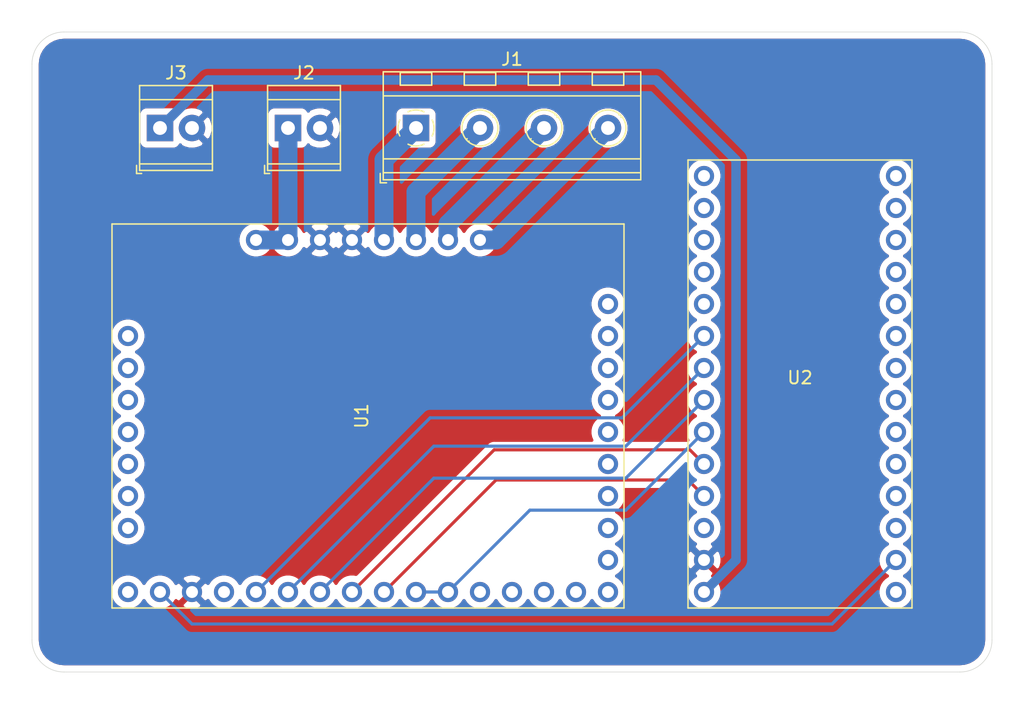
<source format=kicad_pcb>
(kicad_pcb (version 20171130) (host pcbnew "(5.1.9)-1")

  (general
    (thickness 1.6)
    (drawings 8)
    (tracks 37)
    (zones 0)
    (modules 5)
    (nets 57)
  )

  (page USLetter)
  (title_block
    (title "Hinge Tester")
    (rev 0.1.0)
    (company MobileDemand)
  )

  (layers
    (0 F.Cu signal)
    (31 B.Cu signal)
    (32 B.Adhes user)
    (33 F.Adhes user)
    (34 B.Paste user)
    (35 F.Paste user)
    (36 B.SilkS user)
    (37 F.SilkS user)
    (38 B.Mask user)
    (39 F.Mask user)
    (40 Dwgs.User user)
    (41 Cmts.User user)
    (42 Eco1.User user)
    (43 Eco2.User user)
    (44 Edge.Cuts user)
    (45 Margin user)
    (46 B.CrtYd user)
    (47 F.CrtYd user)
    (48 B.Fab user)
    (49 F.Fab user)
  )

  (setup
    (last_trace_width 0.75)
    (user_trace_width 0.75)
    (user_trace_width 1.5)
    (trace_clearance 0.2)
    (zone_clearance 0.508)
    (zone_45_only no)
    (trace_min 0.2)
    (via_size 0.8)
    (via_drill 0.4)
    (via_min_size 0.4)
    (via_min_drill 0.3)
    (uvia_size 0.3)
    (uvia_drill 0.1)
    (uvias_allowed no)
    (uvia_min_size 0.2)
    (uvia_min_drill 0.1)
    (edge_width 0.05)
    (segment_width 0.2)
    (pcb_text_width 0.3)
    (pcb_text_size 1.5 1.5)
    (mod_edge_width 0.12)
    (mod_text_size 1 1)
    (mod_text_width 0.15)
    (pad_size 1.524 1.524)
    (pad_drill 0.762)
    (pad_to_mask_clearance 0)
    (aux_axis_origin 0 0)
    (visible_elements 7FFFFFFF)
    (pcbplotparams
      (layerselection 0x010fc_ffffffff)
      (usegerberextensions false)
      (usegerberattributes true)
      (usegerberadvancedattributes true)
      (creategerberjobfile true)
      (excludeedgelayer true)
      (linewidth 0.100000)
      (plotframeref false)
      (viasonmask false)
      (mode 1)
      (useauxorigin false)
      (hpglpennumber 1)
      (hpglpenspeed 20)
      (hpglpendiameter 15.000000)
      (psnegative false)
      (psa4output false)
      (plotreference true)
      (plotvalue true)
      (plotinvisibletext false)
      (padsonsilk false)
      (subtractmaskfromsilk false)
      (outputformat 1)
      (mirror false)
      (drillshape 1)
      (scaleselection 1)
      (outputdirectory ""))
  )

  (net 0 "")
  (net 1 "Net-(J1-Pad1)")
  (net 2 "Net-(J1-Pad2)")
  (net 3 "Net-(J1-Pad3)")
  (net 4 "Net-(J1-Pad4)")
  (net 5 GND)
  (net 6 +24V)
  (net 7 +5V)
  (net 8 "Net-(U2-Pad1)")
  (net 9 +3V3)
  (net 10 "Net-(U2-Pad3)")
  (net 11 "Net-(U2-Pad4)")
  (net 12 "Net-(U2-Pad5)")
  (net 13 "Net-(U2-Pad6)")
  (net 14 "Net-(U2-Pad7)")
  (net 15 "Net-(U2-Pad8)")
  (net 16 "Net-(U2-Pad9)")
  (net 17 "Net-(U2-Pad10)")
  (net 18 "Net-(U2-Pad11)")
  (net 19 "Net-(U2-Pad12)")
  (net 20 "Net-(U2-Pad13)")
  (net 21 "Net-(U2-Pad14)")
  (net 22 "Net-(U2-Pad20)")
  (net 23 "Net-(U2-Pad21)")
  (net 24 "Net-(U2-Pad22)")
  (net 25 "Net-(U2-Pad23)")
  (net 26 "Net-(U2-Pad24)")
  (net 27 M0)
  (net 28 M1)
  (net 29 M2)
  (net 30 EN)
  (net 31 "Net-(U1-Pad2)")
  (net 32 "Net-(U1-Pad3)")
  (net 33 "Net-(U1-Pad4)")
  (net 34 "Net-(U1-Pad5)")
  (net 35 "Net-(U1-Pad6)")
  (net 36 "Net-(U1-Pad7)")
  (net 37 "Net-(U1-Pad8)")
  (net 38 "Net-(U1-Pad9)")
  (net 39 "Net-(U1-Pad10)")
  (net 40 "Net-(U1-Pad11)")
  (net 41 "Net-(U1-Pad12)")
  (net 42 "Net-(U1-Pad13)")
  (net 43 "Net-(U1-Pad14)")
  (net 44 STEP)
  (net 45 DIR)
  (net 46 "Net-(U1-Pad22)")
  (net 47 "Net-(U1-Pad25)")
  (net 48 "Net-(U1-Pad26)")
  (net 49 "Net-(U1-Pad27)")
  (net 50 "Net-(U1-Pad28)")
  (net 51 "Net-(U1-Pad29)")
  (net 52 "Net-(U1-Pad30)")
  (net 53 "Net-(U1-Pad32)")
  (net 54 "Net-(U1-Pad1)")
  (net 55 "Net-(U2-Pad31)")
  (net 56 "Net-(U1-Pad31)")

  (net_class Default "This is the default net class."
    (clearance 0.2)
    (trace_width 0.25)
    (via_dia 0.8)
    (via_drill 0.4)
    (uvia_dia 0.3)
    (uvia_drill 0.1)
    (add_net +24V)
    (add_net +3V3)
    (add_net +5V)
    (add_net DIR)
    (add_net EN)
    (add_net GND)
    (add_net M0)
    (add_net M1)
    (add_net M2)
    (add_net "Net-(J1-Pad1)")
    (add_net "Net-(J1-Pad2)")
    (add_net "Net-(J1-Pad3)")
    (add_net "Net-(J1-Pad4)")
    (add_net "Net-(U1-Pad1)")
    (add_net "Net-(U1-Pad10)")
    (add_net "Net-(U1-Pad11)")
    (add_net "Net-(U1-Pad12)")
    (add_net "Net-(U1-Pad13)")
    (add_net "Net-(U1-Pad14)")
    (add_net "Net-(U1-Pad2)")
    (add_net "Net-(U1-Pad22)")
    (add_net "Net-(U1-Pad25)")
    (add_net "Net-(U1-Pad26)")
    (add_net "Net-(U1-Pad27)")
    (add_net "Net-(U1-Pad28)")
    (add_net "Net-(U1-Pad29)")
    (add_net "Net-(U1-Pad3)")
    (add_net "Net-(U1-Pad30)")
    (add_net "Net-(U1-Pad31)")
    (add_net "Net-(U1-Pad32)")
    (add_net "Net-(U1-Pad4)")
    (add_net "Net-(U1-Pad5)")
    (add_net "Net-(U1-Pad6)")
    (add_net "Net-(U1-Pad7)")
    (add_net "Net-(U1-Pad8)")
    (add_net "Net-(U1-Pad9)")
    (add_net "Net-(U2-Pad1)")
    (add_net "Net-(U2-Pad10)")
    (add_net "Net-(U2-Pad11)")
    (add_net "Net-(U2-Pad12)")
    (add_net "Net-(U2-Pad13)")
    (add_net "Net-(U2-Pad14)")
    (add_net "Net-(U2-Pad20)")
    (add_net "Net-(U2-Pad21)")
    (add_net "Net-(U2-Pad22)")
    (add_net "Net-(U2-Pad23)")
    (add_net "Net-(U2-Pad24)")
    (add_net "Net-(U2-Pad3)")
    (add_net "Net-(U2-Pad31)")
    (add_net "Net-(U2-Pad4)")
    (add_net "Net-(U2-Pad5)")
    (add_net "Net-(U2-Pad6)")
    (add_net "Net-(U2-Pad7)")
    (add_net "Net-(U2-Pad8)")
    (add_net "Net-(U2-Pad9)")
    (add_net STEP)
  )

  (module TerminalBlock_RND:TerminalBlock_RND_205-00234_1x04_P5.08mm_Horizontal (layer F.Cu) (tedit 5B294F40) (tstamp 63624366)
    (at 140.97 81.28)
    (descr "terminal block RND 205-00234, 4 pins, pitch 5.08mm, size 20.3x8.45mm^2, drill diamater 1.1mm, pad diameter 2.1mm, see http://cdn-reichelt.de/documents/datenblatt/C151/RND_205-00232_DB_EN.pdf, script-generated using https://github.com/pointhi/kicad-footprint-generator/scripts/TerminalBlock_RND")
    (tags "THT terminal block RND 205-00234 pitch 5.08mm size 20.3x8.45mm^2 drill 1.1mm pad 2.1mm")
    (path /6362003C)
    (fp_text reference J1 (at 7.62 -5.46) (layer F.SilkS)
      (effects (font (size 1 1) (thickness 0.15)))
    )
    (fp_text value Conn_01x04_Female (at 7.62 5.11) (layer F.Fab)
      (effects (font (size 1 1) (thickness 0.15)))
    )
    (fp_circle (center 0 0) (end 1.25 0) (layer F.Fab) (width 0.1))
    (fp_circle (center 5.08 0) (end 6.33 0) (layer F.Fab) (width 0.1))
    (fp_circle (center 5.08 0) (end 6.51 0) (layer F.SilkS) (width 0.12))
    (fp_circle (center 10.16 0) (end 11.41 0) (layer F.Fab) (width 0.1))
    (fp_circle (center 10.16 0) (end 11.59 0) (layer F.SilkS) (width 0.12))
    (fp_circle (center 15.24 0) (end 16.49 0) (layer F.Fab) (width 0.1))
    (fp_circle (center 15.24 0) (end 16.67 0) (layer F.SilkS) (width 0.12))
    (fp_line (start -2.54 -4.4) (end 17.78 -4.4) (layer F.Fab) (width 0.1))
    (fp_line (start 17.78 -4.4) (end 17.78 4.05) (layer F.Fab) (width 0.1))
    (fp_line (start 17.78 4.05) (end -2.04 4.05) (layer F.Fab) (width 0.1))
    (fp_line (start -2.04 4.05) (end -2.54 3.55) (layer F.Fab) (width 0.1))
    (fp_line (start -2.54 3.55) (end -2.54 -4.4) (layer F.Fab) (width 0.1))
    (fp_line (start -2.54 3.55) (end 17.78 3.55) (layer F.Fab) (width 0.1))
    (fp_line (start -2.6 3.55) (end 17.84 3.55) (layer F.SilkS) (width 0.12))
    (fp_line (start -2.54 2.45) (end 17.78 2.45) (layer F.Fab) (width 0.1))
    (fp_line (start -2.6 2.45) (end 17.84 2.45) (layer F.SilkS) (width 0.12))
    (fp_line (start -2.54 -2.55) (end 17.78 -2.55) (layer F.Fab) (width 0.1))
    (fp_line (start -2.6 -2.55) (end 17.84 -2.55) (layer F.SilkS) (width 0.12))
    (fp_line (start -2.6 -4.46) (end 17.84 -4.46) (layer F.SilkS) (width 0.12))
    (fp_line (start -2.6 4.11) (end 17.84 4.11) (layer F.SilkS) (width 0.12))
    (fp_line (start -2.6 -4.46) (end -2.6 4.11) (layer F.SilkS) (width 0.12))
    (fp_line (start 17.84 -4.46) (end 17.84 4.11) (layer F.SilkS) (width 0.12))
    (fp_line (start 0.949 -0.796) (end -0.796 0.948) (layer F.Fab) (width 0.1))
    (fp_line (start 0.796 -0.948) (end -0.949 0.796) (layer F.Fab) (width 0.1))
    (fp_line (start -1.25 -4.4) (end -1.25 -3.4) (layer F.Fab) (width 0.1))
    (fp_line (start -1.25 -3.4) (end 1.25 -3.4) (layer F.Fab) (width 0.1))
    (fp_line (start 1.25 -3.4) (end 1.25 -4.4) (layer F.Fab) (width 0.1))
    (fp_line (start 1.25 -4.4) (end -1.25 -4.4) (layer F.Fab) (width 0.1))
    (fp_line (start -1.25 -4.4) (end 1.25 -4.4) (layer F.SilkS) (width 0.12))
    (fp_line (start -1.25 -3.4) (end 1.25 -3.4) (layer F.SilkS) (width 0.12))
    (fp_line (start -1.25 -4.4) (end -1.25 -3.4) (layer F.SilkS) (width 0.12))
    (fp_line (start 1.25 -4.4) (end 1.25 -3.4) (layer F.SilkS) (width 0.12))
    (fp_line (start 6.029 -0.796) (end 4.285 0.948) (layer F.Fab) (width 0.1))
    (fp_line (start 5.876 -0.948) (end 4.132 0.796) (layer F.Fab) (width 0.1))
    (fp_line (start 6.165 -0.91) (end 6.105 -0.851) (layer F.SilkS) (width 0.12))
    (fp_line (start 4.21 1.045) (end 4.17 1.085) (layer F.SilkS) (width 0.12))
    (fp_line (start 5.991 -1.085) (end 5.951 -1.045) (layer F.SilkS) (width 0.12))
    (fp_line (start 4.056 0.85) (end 3.996 0.91) (layer F.SilkS) (width 0.12))
    (fp_line (start 3.83 -4.4) (end 3.83 -3.4) (layer F.Fab) (width 0.1))
    (fp_line (start 3.83 -3.4) (end 6.33 -3.4) (layer F.Fab) (width 0.1))
    (fp_line (start 6.33 -3.4) (end 6.33 -4.4) (layer F.Fab) (width 0.1))
    (fp_line (start 6.33 -4.4) (end 3.83 -4.4) (layer F.Fab) (width 0.1))
    (fp_line (start 3.83 -4.4) (end 6.33 -4.4) (layer F.SilkS) (width 0.12))
    (fp_line (start 3.83 -3.4) (end 6.33 -3.4) (layer F.SilkS) (width 0.12))
    (fp_line (start 3.83 -4.4) (end 3.83 -3.4) (layer F.SilkS) (width 0.12))
    (fp_line (start 6.33 -4.4) (end 6.33 -3.4) (layer F.SilkS) (width 0.12))
    (fp_line (start 11.109 -0.796) (end 9.365 0.948) (layer F.Fab) (width 0.1))
    (fp_line (start 10.956 -0.948) (end 9.212 0.796) (layer F.Fab) (width 0.1))
    (fp_line (start 11.245 -0.91) (end 11.185 -0.851) (layer F.SilkS) (width 0.12))
    (fp_line (start 9.29 1.045) (end 9.25 1.085) (layer F.SilkS) (width 0.12))
    (fp_line (start 11.071 -1.085) (end 11.031 -1.045) (layer F.SilkS) (width 0.12))
    (fp_line (start 9.136 0.85) (end 9.076 0.91) (layer F.SilkS) (width 0.12))
    (fp_line (start 8.91 -4.4) (end 8.91 -3.4) (layer F.Fab) (width 0.1))
    (fp_line (start 8.91 -3.4) (end 11.41 -3.4) (layer F.Fab) (width 0.1))
    (fp_line (start 11.41 -3.4) (end 11.41 -4.4) (layer F.Fab) (width 0.1))
    (fp_line (start 11.41 -4.4) (end 8.91 -4.4) (layer F.Fab) (width 0.1))
    (fp_line (start 8.91 -4.4) (end 11.41 -4.4) (layer F.SilkS) (width 0.12))
    (fp_line (start 8.91 -3.4) (end 11.41 -3.4) (layer F.SilkS) (width 0.12))
    (fp_line (start 8.91 -4.4) (end 8.91 -3.4) (layer F.SilkS) (width 0.12))
    (fp_line (start 11.41 -4.4) (end 11.41 -3.4) (layer F.SilkS) (width 0.12))
    (fp_line (start 16.189 -0.796) (end 14.445 0.948) (layer F.Fab) (width 0.1))
    (fp_line (start 16.036 -0.948) (end 14.292 0.796) (layer F.Fab) (width 0.1))
    (fp_line (start 16.325 -0.91) (end 16.265 -0.851) (layer F.SilkS) (width 0.12))
    (fp_line (start 14.37 1.045) (end 14.33 1.085) (layer F.SilkS) (width 0.12))
    (fp_line (start 16.151 -1.085) (end 16.111 -1.045) (layer F.SilkS) (width 0.12))
    (fp_line (start 14.216 0.85) (end 14.156 0.91) (layer F.SilkS) (width 0.12))
    (fp_line (start 13.99 -4.4) (end 13.99 -3.4) (layer F.Fab) (width 0.1))
    (fp_line (start 13.99 -3.4) (end 16.49 -3.4) (layer F.Fab) (width 0.1))
    (fp_line (start 16.49 -3.4) (end 16.49 -4.4) (layer F.Fab) (width 0.1))
    (fp_line (start 16.49 -4.4) (end 13.99 -4.4) (layer F.Fab) (width 0.1))
    (fp_line (start 13.99 -4.4) (end 16.49 -4.4) (layer F.SilkS) (width 0.12))
    (fp_line (start 13.99 -3.4) (end 16.49 -3.4) (layer F.SilkS) (width 0.12))
    (fp_line (start 13.99 -4.4) (end 13.99 -3.4) (layer F.SilkS) (width 0.12))
    (fp_line (start 16.49 -4.4) (end 16.49 -3.4) (layer F.SilkS) (width 0.12))
    (fp_line (start -2.84 3.61) (end -2.84 4.35) (layer F.SilkS) (width 0.12))
    (fp_line (start -2.84 4.35) (end -2.34 4.35) (layer F.SilkS) (width 0.12))
    (fp_line (start -3.04 -4.9) (end -3.04 4.55) (layer F.CrtYd) (width 0.05))
    (fp_line (start -3.04 4.55) (end 18.28 4.55) (layer F.CrtYd) (width 0.05))
    (fp_line (start 18.28 4.55) (end 18.28 -4.9) (layer F.CrtYd) (width 0.05))
    (fp_line (start 18.28 -4.9) (end -3.04 -4.9) (layer F.CrtYd) (width 0.05))
    (fp_arc (start 0 0) (end 0 1.43) (angle -26) (layer F.SilkS) (width 0.12))
    (fp_arc (start 0 0) (end 1.286 0.627) (angle -52) (layer F.SilkS) (width 0.12))
    (fp_arc (start 0 0) (end 0.627 -1.286) (angle -52) (layer F.SilkS) (width 0.12))
    (fp_arc (start 0 0) (end -1.286 -0.628) (angle -52) (layer F.SilkS) (width 0.12))
    (fp_arc (start 0 0) (end -0.628 1.286) (angle -27) (layer F.SilkS) (width 0.12))
    (fp_text user %R (at 7.62 -5.46) (layer F.Fab)
      (effects (font (size 1 1) (thickness 0.15)))
    )
    (pad 1 thru_hole rect (at 0 0) (size 2.1 2.1) (drill 1.1) (layers *.Cu *.Mask)
      (net 1 "Net-(J1-Pad1)"))
    (pad 2 thru_hole circle (at 5.08 0) (size 2.1 2.1) (drill 1.1) (layers *.Cu *.Mask)
      (net 2 "Net-(J1-Pad2)"))
    (pad 3 thru_hole circle (at 10.16 0) (size 2.1 2.1) (drill 1.1) (layers *.Cu *.Mask)
      (net 3 "Net-(J1-Pad3)"))
    (pad 4 thru_hole circle (at 15.24 0) (size 2.1 2.1) (drill 1.1) (layers *.Cu *.Mask)
      (net 4 "Net-(J1-Pad4)"))
    (model ${KISYS3DMOD}/TerminalBlock_RND.3dshapes/TerminalBlock_RND_205-00234_1x04_P5.08mm_Horizontal.wrl
      (at (xyz 0 0 0))
      (scale (xyz 1 1 1))
      (rotate (xyz 0 0 0))
    )
  )

  (module TerminalBlock_TE-Connectivity:TerminalBlock_TE_282834-2_1x02_P2.54mm_Horizontal (layer F.Cu) (tedit 5B1EC513) (tstamp 63624386)
    (at 130.81 81.28)
    (descr "Terminal Block TE 282834-2, 2 pins, pitch 2.54mm, size 5.54x6.5mm^2, drill diamater 1.1mm, pad diameter 2.1mm, see http://www.te.com/commerce/DocumentDelivery/DDEController?Action=showdoc&DocId=Customer+Drawing%7F282834%7FC1%7Fpdf%7FEnglish%7FENG_CD_282834_C1.pdf, script-generated using https://github.com/pointhi/kicad-footprint-generator/scripts/TerminalBlock_TE-Connectivity")
    (tags "THT Terminal Block TE 282834-2 pitch 2.54mm size 5.54x6.5mm^2 drill 1.1mm pad 2.1mm")
    (path /6361E597)
    (fp_text reference J2 (at 1.27 -4.37) (layer F.SilkS)
      (effects (font (size 1 1) (thickness 0.15)))
    )
    (fp_text value Conn_01x02_Female (at 1.27 4.37) (layer F.Fab)
      (effects (font (size 1 1) (thickness 0.15)))
    )
    (fp_line (start 4.54 -3.75) (end -2 -3.75) (layer F.CrtYd) (width 0.05))
    (fp_line (start 4.54 3.75) (end 4.54 -3.75) (layer F.CrtYd) (width 0.05))
    (fp_line (start -2 3.75) (end 4.54 3.75) (layer F.CrtYd) (width 0.05))
    (fp_line (start -2 -3.75) (end -2 3.75) (layer F.CrtYd) (width 0.05))
    (fp_line (start -1.86 3.61) (end -1.46 3.61) (layer F.SilkS) (width 0.12))
    (fp_line (start -1.86 2.97) (end -1.86 3.61) (layer F.SilkS) (width 0.12))
    (fp_line (start 3.241 -0.835) (end 1.706 0.7) (layer F.Fab) (width 0.1))
    (fp_line (start 3.375 -0.7) (end 1.84 0.835) (layer F.Fab) (width 0.1))
    (fp_line (start 0.701 -0.835) (end -0.835 0.7) (layer F.Fab) (width 0.1))
    (fp_line (start 0.835 -0.7) (end -0.701 0.835) (layer F.Fab) (width 0.1))
    (fp_line (start 4.16 -3.37) (end 4.16 3.37) (layer F.SilkS) (width 0.12))
    (fp_line (start -1.62 -3.37) (end -1.62 3.37) (layer F.SilkS) (width 0.12))
    (fp_line (start -1.62 3.37) (end 4.16 3.37) (layer F.SilkS) (width 0.12))
    (fp_line (start -1.62 -3.37) (end 4.16 -3.37) (layer F.SilkS) (width 0.12))
    (fp_line (start -1.62 -2.25) (end 4.16 -2.25) (layer F.SilkS) (width 0.12))
    (fp_line (start -1.5 -2.25) (end 4.04 -2.25) (layer F.Fab) (width 0.1))
    (fp_line (start -1.62 2.85) (end 4.16 2.85) (layer F.SilkS) (width 0.12))
    (fp_line (start -1.5 2.85) (end 4.04 2.85) (layer F.Fab) (width 0.1))
    (fp_line (start -1.5 2.85) (end -1.5 -3.25) (layer F.Fab) (width 0.1))
    (fp_line (start -1.1 3.25) (end -1.5 2.85) (layer F.Fab) (width 0.1))
    (fp_line (start 4.04 3.25) (end -1.1 3.25) (layer F.Fab) (width 0.1))
    (fp_line (start 4.04 -3.25) (end 4.04 3.25) (layer F.Fab) (width 0.1))
    (fp_line (start -1.5 -3.25) (end 4.04 -3.25) (layer F.Fab) (width 0.1))
    (fp_circle (center 2.54 0) (end 3.64 0) (layer F.Fab) (width 0.1))
    (fp_circle (center 0 0) (end 1.1 0) (layer F.Fab) (width 0.1))
    (fp_text user %R (at 1.27 2) (layer F.Fab)
      (effects (font (size 1 1) (thickness 0.15)))
    )
    (pad 2 thru_hole circle (at 2.54 0) (size 2.1 2.1) (drill 1.1) (layers *.Cu *.Mask)
      (net 5 GND))
    (pad 1 thru_hole rect (at 0 0) (size 2.1 2.1) (drill 1.1) (layers *.Cu *.Mask)
      (net 6 +24V))
    (model ${KISYS3DMOD}/TerminalBlock_TE-Connectivity.3dshapes/TerminalBlock_TE_282834-2_1x02_P2.54mm_Horizontal.wrl
      (at (xyz 0 0 0))
      (scale (xyz 1 1 1))
      (rotate (xyz 0 0 0))
    )
  )

  (module TerminalBlock_TE-Connectivity:TerminalBlock_TE_282834-2_1x02_P2.54mm_Horizontal (layer F.Cu) (tedit 5B1EC513) (tstamp 636243A6)
    (at 120.65 81.28)
    (descr "Terminal Block TE 282834-2, 2 pins, pitch 2.54mm, size 5.54x6.5mm^2, drill diamater 1.1mm, pad diameter 2.1mm, see http://www.te.com/commerce/DocumentDelivery/DDEController?Action=showdoc&DocId=Customer+Drawing%7F282834%7FC1%7Fpdf%7FEnglish%7FENG_CD_282834_C1.pdf, script-generated using https://github.com/pointhi/kicad-footprint-generator/scripts/TerminalBlock_TE-Connectivity")
    (tags "THT Terminal Block TE 282834-2 pitch 2.54mm size 5.54x6.5mm^2 drill 1.1mm pad 2.1mm")
    (path /6361FE6E)
    (fp_text reference J3 (at 1.27 -4.37) (layer F.SilkS)
      (effects (font (size 1 1) (thickness 0.15)))
    )
    (fp_text value Conn_01x02_Female (at 1.27 4.37) (layer F.Fab)
      (effects (font (size 1 1) (thickness 0.15)))
    )
    (fp_circle (center 0 0) (end 1.1 0) (layer F.Fab) (width 0.1))
    (fp_circle (center 2.54 0) (end 3.64 0) (layer F.Fab) (width 0.1))
    (fp_line (start -1.5 -3.25) (end 4.04 -3.25) (layer F.Fab) (width 0.1))
    (fp_line (start 4.04 -3.25) (end 4.04 3.25) (layer F.Fab) (width 0.1))
    (fp_line (start 4.04 3.25) (end -1.1 3.25) (layer F.Fab) (width 0.1))
    (fp_line (start -1.1 3.25) (end -1.5 2.85) (layer F.Fab) (width 0.1))
    (fp_line (start -1.5 2.85) (end -1.5 -3.25) (layer F.Fab) (width 0.1))
    (fp_line (start -1.5 2.85) (end 4.04 2.85) (layer F.Fab) (width 0.1))
    (fp_line (start -1.62 2.85) (end 4.16 2.85) (layer F.SilkS) (width 0.12))
    (fp_line (start -1.5 -2.25) (end 4.04 -2.25) (layer F.Fab) (width 0.1))
    (fp_line (start -1.62 -2.25) (end 4.16 -2.25) (layer F.SilkS) (width 0.12))
    (fp_line (start -1.62 -3.37) (end 4.16 -3.37) (layer F.SilkS) (width 0.12))
    (fp_line (start -1.62 3.37) (end 4.16 3.37) (layer F.SilkS) (width 0.12))
    (fp_line (start -1.62 -3.37) (end -1.62 3.37) (layer F.SilkS) (width 0.12))
    (fp_line (start 4.16 -3.37) (end 4.16 3.37) (layer F.SilkS) (width 0.12))
    (fp_line (start 0.835 -0.7) (end -0.701 0.835) (layer F.Fab) (width 0.1))
    (fp_line (start 0.701 -0.835) (end -0.835 0.7) (layer F.Fab) (width 0.1))
    (fp_line (start 3.375 -0.7) (end 1.84 0.835) (layer F.Fab) (width 0.1))
    (fp_line (start 3.241 -0.835) (end 1.706 0.7) (layer F.Fab) (width 0.1))
    (fp_line (start -1.86 2.97) (end -1.86 3.61) (layer F.SilkS) (width 0.12))
    (fp_line (start -1.86 3.61) (end -1.46 3.61) (layer F.SilkS) (width 0.12))
    (fp_line (start -2 -3.75) (end -2 3.75) (layer F.CrtYd) (width 0.05))
    (fp_line (start -2 3.75) (end 4.54 3.75) (layer F.CrtYd) (width 0.05))
    (fp_line (start 4.54 3.75) (end 4.54 -3.75) (layer F.CrtYd) (width 0.05))
    (fp_line (start 4.54 -3.75) (end -2 -3.75) (layer F.CrtYd) (width 0.05))
    (fp_text user %R (at 1.27 2) (layer F.Fab)
      (effects (font (size 1 1) (thickness 0.15)))
    )
    (pad 1 thru_hole rect (at 0 0) (size 2.1 2.1) (drill 1.1) (layers *.Cu *.Mask)
      (net 7 +5V))
    (pad 2 thru_hole circle (at 2.54 0) (size 2.1 2.1) (drill 1.1) (layers *.Cu *.Mask)
      (net 5 GND))
    (model ${KISYS3DMOD}/TerminalBlock_TE-Connectivity.3dshapes/TerminalBlock_TE_282834-2_1x02_P2.54mm_Horizontal.wrl
      (at (xyz 0 0 0))
      (scale (xyz 1 1 1))
      (rotate (xyz 0 0 0))
    )
  )

  (module Modules:TB67S128FTG (layer F.Cu) (tedit 6361DE70) (tstamp 636243D6)
    (at 153.67 104.14 270)
    (path /63628E93)
    (fp_text reference U1 (at 0 17.01 90) (layer F.SilkS)
      (effects (font (size 1 1) (thickness 0.15)))
    )
    (fp_text value TB67S128FTG (at 0 13.97 90) (layer F.Fab)
      (effects (font (size 1 1) (thickness 0.15)))
    )
    (fp_line (start 15.24 -3.81) (end 15.24 36.83) (layer F.SilkS) (width 0.12))
    (fp_line (start 15.24 36.83) (end -15.24 36.83) (layer F.SilkS) (width 0.12))
    (fp_line (start -15.24 36.83) (end -15.24 -3.81) (layer F.SilkS) (width 0.12))
    (fp_line (start -15.24 -3.81) (end 15.24 -3.81) (layer F.SilkS) (width 0.12))
    (pad 2 thru_hole circle (at -6.35 -2.54 270) (size 1.6 1.6) (drill 0.95) (layers *.Cu *.Mask)
      (net 31 "Net-(U1-Pad2)"))
    (pad 3 thru_hole circle (at -3.81 -2.54 270) (size 1.6 1.6) (drill 0.95) (layers *.Cu *.Mask)
      (net 32 "Net-(U1-Pad3)"))
    (pad 4 thru_hole circle (at -1.27 -2.54 270) (size 1.6 1.6) (drill 0.95) (layers *.Cu *.Mask)
      (net 33 "Net-(U1-Pad4)"))
    (pad 5 thru_hole circle (at 1.27 -2.54 270) (size 1.6 1.6) (drill 0.95) (layers *.Cu *.Mask)
      (net 34 "Net-(U1-Pad5)"))
    (pad 6 thru_hole circle (at 3.81 -2.54 270) (size 1.6 1.6) (drill 0.95) (layers *.Cu *.Mask)
      (net 35 "Net-(U1-Pad6)"))
    (pad 7 thru_hole circle (at 6.35 -2.54 270) (size 1.6 1.6) (drill 0.95) (layers *.Cu *.Mask)
      (net 36 "Net-(U1-Pad7)"))
    (pad 8 thru_hole circle (at 8.89 -2.54 270) (size 1.6 1.6) (drill 0.95) (layers *.Cu *.Mask)
      (net 37 "Net-(U1-Pad8)"))
    (pad 9 thru_hole circle (at 11.43 -2.54 270) (size 1.6 1.6) (drill 0.95) (layers *.Cu *.Mask)
      (net 38 "Net-(U1-Pad9)"))
    (pad 10 thru_hole circle (at 13.97 -2.54 270) (size 1.6 1.6) (drill 0.95) (layers *.Cu *.Mask)
      (net 39 "Net-(U1-Pad10)"))
    (pad 11 thru_hole circle (at 13.97 0 270) (size 1.6 1.6) (drill 0.95) (layers *.Cu *.Mask)
      (net 40 "Net-(U1-Pad11)"))
    (pad 12 thru_hole circle (at 13.97 2.54 270) (size 1.6 1.6) (drill 0.95) (layers *.Cu *.Mask)
      (net 41 "Net-(U1-Pad12)"))
    (pad 13 thru_hole circle (at 13.97 5.08 270) (size 1.6 1.6) (drill 0.95) (layers *.Cu *.Mask)
      (net 42 "Net-(U1-Pad13)"))
    (pad 14 thru_hole circle (at 13.97 7.62 270) (size 1.6 1.6) (drill 0.95) (layers *.Cu *.Mask)
      (net 43 "Net-(U1-Pad14)"))
    (pad 15 thru_hole circle (at 13.97 10.16 270) (size 1.6 1.6) (drill 0.95) (layers *.Cu *.Mask)
      (net 30 EN))
    (pad 16 thru_hole circle (at 13.97 12.7 270) (size 1.6 1.6) (drill 0.95) (layers *.Cu *.Mask)
      (net 30 EN))
    (pad 17 thru_hole circle (at 13.97 15.24 270) (size 1.6 1.6) (drill 0.95) (layers *.Cu *.Mask)
      (net 44 STEP))
    (pad 18 thru_hole circle (at 13.97 17.78 270) (size 1.6 1.6) (drill 0.95) (layers *.Cu *.Mask)
      (net 45 DIR))
    (pad 19 thru_hole circle (at 13.97 20.32 270) (size 1.6 1.6) (drill 0.95) (layers *.Cu *.Mask)
      (net 29 M2))
    (pad 20 thru_hole circle (at 13.97 22.86 270) (size 1.6 1.6) (drill 0.95) (layers *.Cu *.Mask)
      (net 28 M1))
    (pad 21 thru_hole circle (at 13.97 25.4 270) (size 1.6 1.6) (drill 0.95) (layers *.Cu *.Mask)
      (net 27 M0))
    (pad 22 thru_hole circle (at 13.97 27.94 270) (size 1.6 1.6) (drill 0.95) (layers *.Cu *.Mask)
      (net 46 "Net-(U1-Pad22)"))
    (pad 23 thru_hole circle (at 13.97 30.48 270) (size 1.6 1.6) (drill 0.95) (layers *.Cu *.Mask)
      (net 5 GND))
    (pad 24 thru_hole circle (at 13.97 33.02 270) (size 1.6 1.6) (drill 0.95) (layers *.Cu *.Mask)
      (net 9 +3V3))
    (pad 25 thru_hole circle (at 13.97 35.56 270) (size 1.6 1.6) (drill 0.95) (layers *.Cu *.Mask)
      (net 47 "Net-(U1-Pad25)"))
    (pad 26 thru_hole circle (at 8.89 35.56 270) (size 1.6 1.6) (drill 0.95) (layers *.Cu *.Mask)
      (net 48 "Net-(U1-Pad26)"))
    (pad 27 thru_hole circle (at 6.35 35.56 270) (size 1.6 1.6) (drill 0.95) (layers *.Cu *.Mask)
      (net 49 "Net-(U1-Pad27)"))
    (pad 28 thru_hole circle (at 3.81 35.56 270) (size 1.6 1.6) (drill 0.95) (layers *.Cu *.Mask)
      (net 50 "Net-(U1-Pad28)"))
    (pad 29 thru_hole circle (at 1.27 35.56 270) (size 1.6 1.6) (drill 0.95) (layers *.Cu *.Mask)
      (net 51 "Net-(U1-Pad29)"))
    (pad 30 thru_hole circle (at -1.27 35.56 270) (size 1.6 1.6) (drill 0.95) (layers *.Cu *.Mask)
      (net 52 "Net-(U1-Pad30)"))
    (pad 31 thru_hole circle (at -3.81 35.56 270) (size 1.6 1.6) (drill 0.95) (layers *.Cu *.Mask)
      (net 56 "Net-(U1-Pad31)"))
    (pad 32 thru_hole circle (at -6.35 35.56 270) (size 1.6 1.6) (drill 0.95) (layers *.Cu *.Mask)
      (net 53 "Net-(U1-Pad32)"))
    (pad 33 thru_hole circle (at -13.97 25.4 270) (size 1.6 1.6) (drill 0.95) (layers *.Cu *.Mask)
      (net 6 +24V))
    (pad 34 thru_hole circle (at -13.97 22.86 270) (size 1.6 1.6) (drill 0.95) (layers *.Cu *.Mask)
      (net 6 +24V))
    (pad 35 thru_hole circle (at -13.97 20.32 270) (size 1.6 1.6) (drill 0.95) (layers *.Cu *.Mask)
      (net 5 GND))
    (pad 36 thru_hole circle (at -13.97 17.78 270) (size 1.6 1.6) (drill 0.95) (layers *.Cu *.Mask)
      (net 5 GND))
    (pad 37 thru_hole circle (at -13.97 15.24 270) (size 1.6 1.6) (drill 0.95) (layers *.Cu *.Mask)
      (net 1 "Net-(J1-Pad1)"))
    (pad 38 thru_hole circle (at -13.97 12.7 270) (size 1.6 1.6) (drill 0.95) (layers *.Cu *.Mask)
      (net 2 "Net-(J1-Pad2)"))
    (pad 39 thru_hole circle (at -13.97 10.16 270) (size 1.6 1.6) (drill 0.95) (layers *.Cu *.Mask)
      (net 3 "Net-(J1-Pad3)"))
    (pad 40 thru_hole circle (at -13.97 7.62 270) (size 1.6 1.6) (drill 0.95) (layers *.Cu *.Mask)
      (net 4 "Net-(J1-Pad4)"))
    (pad 1 thru_hole circle (at -8.89 -2.54 270) (size 1.6 1.6) (drill 0.95) (layers *.Cu *.Mask)
      (net 54 "Net-(U1-Pad1)"))
  )

  (module Modules:Adafruit_ItsyBitsy_M4 (layer F.Cu) (tedit 6361E0D3) (tstamp 63624C09)
    (at 171.45 101.6 180)
    (path /63624B99)
    (fp_text reference U2 (at 0 0.5) (layer F.SilkS)
      (effects (font (size 1 1) (thickness 0.15)))
    )
    (fp_text value Adafruit_ItsyBitsy_M4_Express (at 0 -19.05) (layer F.Fab)
      (effects (font (size 1 1) (thickness 0.15)))
    )
    (fp_line (start 8.89 -17.78) (end 8.89 17.78) (layer F.SilkS) (width 0.12))
    (fp_line (start -8.89 17.78) (end 8.89 17.78) (layer F.SilkS) (width 0.12))
    (fp_line (start -8.89 -17.78) (end -8.89 17.78) (layer F.SilkS) (width 0.12))
    (fp_line (start -8.89 -17.78) (end 8.89 -17.78) (layer F.SilkS) (width 0.12))
    (pad 1 thru_hole circle (at -7.62 -16.51 180) (size 1.6 1.6) (drill 0.95) (layers *.Cu *.Mask)
      (net 8 "Net-(U2-Pad1)"))
    (pad 2 thru_hole circle (at -7.62 -13.97 180) (size 1.6 1.6) (drill 0.95) (layers *.Cu *.Mask)
      (net 9 +3V3))
    (pad 3 thru_hole circle (at -7.62 -11.43 180) (size 1.6 1.6) (drill 0.95) (layers *.Cu *.Mask)
      (net 10 "Net-(U2-Pad3)"))
    (pad 4 thru_hole circle (at -7.62 -8.89 180) (size 1.6 1.6) (drill 0.95) (layers *.Cu *.Mask)
      (net 11 "Net-(U2-Pad4)"))
    (pad 5 thru_hole circle (at -7.62 -6.35 180) (size 1.6 1.6) (drill 0.95) (layers *.Cu *.Mask)
      (net 12 "Net-(U2-Pad5)"))
    (pad 6 thru_hole circle (at -7.62 -3.81 180) (size 1.6 1.6) (drill 0.95) (layers *.Cu *.Mask)
      (net 13 "Net-(U2-Pad6)"))
    (pad 7 thru_hole circle (at -7.62 -1.27 180) (size 1.6 1.6) (drill 0.95) (layers *.Cu *.Mask)
      (net 14 "Net-(U2-Pad7)"))
    (pad 8 thru_hole circle (at -7.62 1.27 180) (size 1.6 1.6) (drill 0.95) (layers *.Cu *.Mask)
      (net 15 "Net-(U2-Pad8)"))
    (pad 9 thru_hole circle (at -7.62 3.81 180) (size 1.6 1.6) (drill 0.95) (layers *.Cu *.Mask)
      (net 16 "Net-(U2-Pad9)"))
    (pad 10 thru_hole circle (at -7.62 6.35 180) (size 1.6 1.6) (drill 0.95) (layers *.Cu *.Mask)
      (net 17 "Net-(U2-Pad10)"))
    (pad 11 thru_hole circle (at -7.62 8.89 180) (size 1.6 1.6) (drill 0.95) (layers *.Cu *.Mask)
      (net 18 "Net-(U2-Pad11)"))
    (pad 12 thru_hole circle (at -7.62 11.43 180) (size 1.6 1.6) (drill 0.95) (layers *.Cu *.Mask)
      (net 19 "Net-(U2-Pad12)"))
    (pad 13 thru_hole circle (at -7.62 13.97 180) (size 1.6 1.6) (drill 0.95) (layers *.Cu *.Mask)
      (net 20 "Net-(U2-Pad13)"))
    (pad 14 thru_hole circle (at -7.62 16.51 180) (size 1.6 1.6) (drill 0.95) (layers *.Cu *.Mask)
      (net 21 "Net-(U2-Pad14)"))
    (pad 20 thru_hole circle (at 7.62 16.51 180) (size 1.6 1.6) (drill 0.95) (layers *.Cu *.Mask)
      (net 22 "Net-(U2-Pad20)"))
    (pad 21 thru_hole circle (at 7.62 13.97 180) (size 1.6 1.6) (drill 0.95) (layers *.Cu *.Mask)
      (net 23 "Net-(U2-Pad21)"))
    (pad 22 thru_hole circle (at 7.62 11.43 180) (size 1.6 1.6) (drill 0.95) (layers *.Cu *.Mask)
      (net 24 "Net-(U2-Pad22)"))
    (pad 23 thru_hole circle (at 7.62 8.89 180) (size 1.6 1.6) (drill 0.95) (layers *.Cu *.Mask)
      (net 25 "Net-(U2-Pad23)"))
    (pad 24 thru_hole circle (at 7.62 6.35 180) (size 1.6 1.6) (drill 0.95) (layers *.Cu *.Mask)
      (net 26 "Net-(U2-Pad24)"))
    (pad 25 thru_hole circle (at 7.62 3.81 180) (size 1.6 1.6) (drill 0.95) (layers *.Cu *.Mask)
      (net 27 M0))
    (pad 26 thru_hole circle (at 7.62 1.27 180) (size 1.6 1.6) (drill 0.95) (layers *.Cu *.Mask)
      (net 28 M1))
    (pad 27 thru_hole circle (at 7.62 -1.27 180) (size 1.6 1.6) (drill 0.95) (layers *.Cu *.Mask)
      (net 29 M2))
    (pad 28 thru_hole circle (at 7.62 -3.81 180) (size 1.6 1.6) (drill 0.95) (layers *.Cu *.Mask)
      (net 30 EN))
    (pad 29 thru_hole circle (at 7.62 -6.35 180) (size 1.6 1.6) (drill 0.95) (layers *.Cu *.Mask)
      (net 45 DIR))
    (pad 30 thru_hole circle (at 7.62 -8.89 180) (size 1.6 1.6) (drill 0.95) (layers *.Cu *.Mask)
      (net 44 STEP))
    (pad 31 thru_hole circle (at 7.62 -11.43 180) (size 1.6 1.6) (drill 0.95) (layers *.Cu *.Mask)
      (net 55 "Net-(U2-Pad31)"))
    (pad 32 thru_hole circle (at 7.62 -13.97 180) (size 1.6 1.6) (drill 0.95) (layers *.Cu *.Mask)
      (net 5 GND))
    (pad 33 thru_hole circle (at 7.62 -16.51 180) (size 1.6 1.6) (drill 0.95) (layers *.Cu *.Mask)
      (net 7 +5V))
  )

  (gr_arc (start 113.03 121.92) (end 110.49 121.92) (angle -90) (layer Edge.Cuts) (width 0.05))
  (gr_arc (start 184.15 121.92) (end 184.15 124.46) (angle -90) (layer Edge.Cuts) (width 0.05))
  (gr_arc (start 113.03 76.2) (end 113.03 73.66) (angle -90) (layer Edge.Cuts) (width 0.05))
  (gr_arc (start 184.15 76.2) (end 186.69 76.2) (angle -90) (layer Edge.Cuts) (width 0.05))
  (gr_line (start 186.69 76.2) (end 186.69 121.92) (layer Edge.Cuts) (width 0.05))
  (gr_line (start 113.03 73.66) (end 184.15 73.66) (layer Edge.Cuts) (width 0.05))
  (gr_line (start 110.49 121.92) (end 110.49 76.2) (layer Edge.Cuts) (width 0.05))
  (gr_line (start 184.15 124.46) (end 113.03 124.46) (layer Edge.Cuts) (width 0.05))

  (segment (start 138.43 83.82) (end 140.97 81.28) (width 1.5) (layer B.Cu) (net 1))
  (segment (start 138.43 90.17) (end 138.43 83.82) (width 1.5) (layer B.Cu) (net 1))
  (segment (start 140.97 86.36) (end 146.05 81.28) (width 1.5) (layer B.Cu) (net 2))
  (segment (start 140.97 90.17) (end 140.97 86.36) (width 1.5) (layer B.Cu) (net 2))
  (segment (start 143.51 88.9) (end 151.13 81.28) (width 1.5) (layer B.Cu) (net 3))
  (segment (start 143.51 90.17) (end 143.51 88.9) (width 1.5) (layer B.Cu) (net 3))
  (segment (start 147.32 90.17) (end 156.21 81.28) (width 1.5) (layer B.Cu) (net 4))
  (segment (start 146.05 90.17) (end 147.32 90.17) (width 1.5) (layer B.Cu) (net 4))
  (segment (start 128.27 90.17) (end 130.81 90.17) (width 1.5) (layer B.Cu) (net 6))
  (segment (start 130.81 90.17) (end 130.81 81.28) (width 1.5) (layer B.Cu) (net 6))
  (segment (start 166.37 115.57) (end 163.83 118.11) (width 0.75) (layer B.Cu) (net 7))
  (segment (start 166.37 83.82) (end 166.37 115.57) (width 0.75) (layer B.Cu) (net 7))
  (segment (start 160.02 77.47) (end 166.37 83.82) (width 0.75) (layer B.Cu) (net 7))
  (segment (start 124.46 77.47) (end 160.02 77.47) (width 0.75) (layer B.Cu) (net 7))
  (segment (start 120.65 81.28) (end 124.46 77.47) (width 0.75) (layer B.Cu) (net 7))
  (segment (start 173.99 120.65) (end 179.07 115.57) (width 0.25) (layer B.Cu) (net 9))
  (segment (start 123.19 120.65) (end 173.99 120.65) (width 0.25) (layer B.Cu) (net 9))
  (segment (start 120.65 118.11) (end 123.19 120.65) (width 0.25) (layer B.Cu) (net 9))
  (segment (start 157.335001 104.284999) (end 163.83 97.79) (width 0.25) (layer B.Cu) (net 27))
  (segment (start 142.095001 104.284999) (end 157.335001 104.284999) (width 0.25) (layer B.Cu) (net 27))
  (segment (start 128.27 118.11) (end 142.095001 104.284999) (width 0.25) (layer B.Cu) (net 27))
  (segment (start 142.384999 106.535001) (end 130.81 118.11) (width 0.25) (layer B.Cu) (net 28))
  (segment (start 157.624999 106.535001) (end 142.384999 106.535001) (width 0.25) (layer B.Cu) (net 28))
  (segment (start 163.83 100.33) (end 157.624999 106.535001) (width 0.25) (layer B.Cu) (net 28))
  (segment (start 157.624999 109.075001) (end 142.384999 109.075001) (width 0.25) (layer B.Cu) (net 29))
  (segment (start 142.384999 109.075001) (end 133.35 118.11) (width 0.25) (layer B.Cu) (net 29))
  (segment (start 163.83 102.87) (end 157.624999 109.075001) (width 0.25) (layer B.Cu) (net 29))
  (segment (start 150.004999 111.615001) (end 143.51 118.11) (width 0.25) (layer B.Cu) (net 30))
  (segment (start 157.624999 111.615001) (end 150.004999 111.615001) (width 0.25) (layer B.Cu) (net 30))
  (segment (start 163.83 105.41) (end 157.624999 111.615001) (width 0.25) (layer B.Cu) (net 30))
  (segment (start 140.97 118.11) (end 143.51 118.11) (width 0.25) (layer B.Cu) (net 30))
  (segment (start 138.43 118.11) (end 147.32 109.22) (width 0.25) (layer F.Cu) (net 44))
  (segment (start 162.56 109.22) (end 163.83 110.49) (width 0.25) (layer F.Cu) (net 44))
  (segment (start 147.32 109.22) (end 162.56 109.22) (width 0.25) (layer F.Cu) (net 44))
  (segment (start 147.175001 106.824999) (end 135.89 118.11) (width 0.25) (layer F.Cu) (net 45))
  (segment (start 162.704999 106.824999) (end 147.175001 106.824999) (width 0.25) (layer F.Cu) (net 45))
  (segment (start 163.83 107.95) (end 162.704999 106.824999) (width 0.25) (layer F.Cu) (net 45))

  (zone (net 5) (net_name GND) (layer F.Cu) (tstamp 0) (hatch edge 0.508)
    (connect_pads (clearance 0.508))
    (min_thickness 0.254)
    (fill yes (arc_segments 32) (thermal_gap 0.508) (thermal_bridge_width 0.508))
    (polygon
      (pts
        (xy 189.23 127) (xy 107.95 127) (xy 107.95 71.12) (xy 189.23 71.12)
      )
    )
    (filled_polygon
      (pts
        (xy 184.514545 74.358909) (xy 184.865208 74.46478) (xy 185.188625 74.636744) (xy 185.472484 74.868254) (xy 185.705965 75.150486)
        (xy 185.880183 75.472695) (xy 185.988502 75.822614) (xy 186.03 76.217443) (xy 186.030001 121.887711) (xy 185.991091 122.284545)
        (xy 185.88522 122.635206) (xy 185.713257 122.958623) (xy 185.481748 123.242482) (xy 185.199514 123.475965) (xy 184.877304 123.650184)
        (xy 184.527385 123.758502) (xy 184.132557 123.8) (xy 113.062279 123.8) (xy 112.665455 123.761091) (xy 112.314794 123.65522)
        (xy 111.991377 123.483257) (xy 111.707518 123.251748) (xy 111.474035 122.969514) (xy 111.299816 122.647304) (xy 111.191498 122.297385)
        (xy 111.15 121.902557) (xy 111.15 117.968665) (xy 116.675 117.968665) (xy 116.675 118.251335) (xy 116.730147 118.528574)
        (xy 116.83832 118.789727) (xy 116.995363 119.024759) (xy 117.195241 119.224637) (xy 117.430273 119.38168) (xy 117.691426 119.489853)
        (xy 117.968665 119.545) (xy 118.251335 119.545) (xy 118.528574 119.489853) (xy 118.789727 119.38168) (xy 119.024759 119.224637)
        (xy 119.224637 119.024759) (xy 119.38 118.792241) (xy 119.535363 119.024759) (xy 119.735241 119.224637) (xy 119.970273 119.38168)
        (xy 120.231426 119.489853) (xy 120.508665 119.545) (xy 120.791335 119.545) (xy 121.068574 119.489853) (xy 121.329727 119.38168)
        (xy 121.564759 119.224637) (xy 121.686694 119.102702) (xy 122.376903 119.102702) (xy 122.448486 119.346671) (xy 122.703996 119.467571)
        (xy 122.978184 119.5363) (xy 123.260512 119.550217) (xy 123.54013 119.508787) (xy 123.806292 119.413603) (xy 123.931514 119.346671)
        (xy 124.003097 119.102702) (xy 123.19 118.289605) (xy 122.376903 119.102702) (xy 121.686694 119.102702) (xy 121.764637 119.024759)
        (xy 121.920915 118.790872) (xy 121.953329 118.851514) (xy 122.197298 118.923097) (xy 123.010395 118.11) (xy 123.369605 118.11)
        (xy 124.182702 118.923097) (xy 124.426671 118.851514) (xy 124.457194 118.787008) (xy 124.45832 118.789727) (xy 124.615363 119.024759)
        (xy 124.815241 119.224637) (xy 125.050273 119.38168) (xy 125.311426 119.489853) (xy 125.588665 119.545) (xy 125.871335 119.545)
        (xy 126.148574 119.489853) (xy 126.409727 119.38168) (xy 126.644759 119.224637) (xy 126.844637 119.024759) (xy 127 118.792241)
        (xy 127.155363 119.024759) (xy 127.355241 119.224637) (xy 127.590273 119.38168) (xy 127.851426 119.489853) (xy 128.128665 119.545)
        (xy 128.411335 119.545) (xy 128.688574 119.489853) (xy 128.949727 119.38168) (xy 129.184759 119.224637) (xy 129.384637 119.024759)
        (xy 129.54 118.792241) (xy 129.695363 119.024759) (xy 129.895241 119.224637) (xy 130.130273 119.38168) (xy 130.391426 119.489853)
        (xy 130.668665 119.545) (xy 130.951335 119.545) (xy 131.228574 119.489853) (xy 131.489727 119.38168) (xy 131.724759 119.224637)
        (xy 131.924637 119.024759) (xy 132.08 118.792241) (xy 132.235363 119.024759) (xy 132.435241 119.224637) (xy 132.670273 119.38168)
        (xy 132.931426 119.489853) (xy 133.208665 119.545) (xy 133.491335 119.545) (xy 133.768574 119.489853) (xy 134.029727 119.38168)
        (xy 134.264759 119.224637) (xy 134.464637 119.024759) (xy 134.62 118.792241) (xy 134.775363 119.024759) (xy 134.975241 119.224637)
        (xy 135.210273 119.38168) (xy 135.471426 119.489853) (xy 135.748665 119.545) (xy 136.031335 119.545) (xy 136.308574 119.489853)
        (xy 136.569727 119.38168) (xy 136.804759 119.224637) (xy 137.004637 119.024759) (xy 137.16 118.792241) (xy 137.315363 119.024759)
        (xy 137.515241 119.224637) (xy 137.750273 119.38168) (xy 138.011426 119.489853) (xy 138.288665 119.545) (xy 138.571335 119.545)
        (xy 138.848574 119.489853) (xy 139.109727 119.38168) (xy 139.344759 119.224637) (xy 139.544637 119.024759) (xy 139.7 118.792241)
        (xy 139.855363 119.024759) (xy 140.055241 119.224637) (xy 140.290273 119.38168) (xy 140.551426 119.489853) (xy 140.828665 119.545)
        (xy 141.111335 119.545) (xy 141.388574 119.489853) (xy 141.649727 119.38168) (xy 141.884759 119.224637) (xy 142.084637 119.024759)
        (xy 142.24 118.792241) (xy 142.395363 119.024759) (xy 142.595241 119.224637) (xy 142.830273 119.38168) (xy 143.091426 119.489853)
        (xy 143.368665 119.545) (xy 143.651335 119.545) (xy 143.928574 119.489853) (xy 144.189727 119.38168) (xy 144.424759 119.224637)
        (xy 144.624637 119.024759) (xy 144.78 118.792241) (xy 144.935363 119.024759) (xy 145.135241 119.224637) (xy 145.370273 119.38168)
        (xy 145.631426 119.489853) (xy 145.908665 119.545) (xy 146.191335 119.545) (xy 146.468574 119.489853) (xy 146.729727 119.38168)
        (xy 146.964759 119.224637) (xy 147.164637 119.024759) (xy 147.32 118.792241) (xy 147.475363 119.024759) (xy 147.675241 119.224637)
        (xy 147.910273 119.38168) (xy 148.171426 119.489853) (xy 148.448665 119.545) (xy 148.731335 119.545) (xy 149.008574 119.489853)
        (xy 149.269727 119.38168) (xy 149.504759 119.224637) (xy 149.704637 119.024759) (xy 149.86 118.792241) (xy 150.015363 119.024759)
        (xy 150.215241 119.224637) (xy 150.450273 119.38168) (xy 150.711426 119.489853) (xy 150.988665 119.545) (xy 151.271335 119.545)
        (xy 151.548574 119.489853) (xy 151.809727 119.38168) (xy 152.044759 119.224637) (xy 152.244637 119.024759) (xy 152.4 118.792241)
        (xy 152.555363 119.024759) (xy 152.755241 119.224637) (xy 152.990273 119.38168) (xy 153.251426 119.489853) (xy 153.528665 119.545)
        (xy 153.811335 119.545) (xy 154.088574 119.489853) (xy 154.349727 119.38168) (xy 154.584759 119.224637) (xy 154.784637 119.024759)
        (xy 154.94 118.792241) (xy 155.095363 119.024759) (xy 155.295241 119.224637) (xy 155.530273 119.38168) (xy 155.791426 119.489853)
        (xy 156.068665 119.545) (xy 156.351335 119.545) (xy 156.628574 119.489853) (xy 156.889727 119.38168) (xy 157.124759 119.224637)
        (xy 157.324637 119.024759) (xy 157.48168 118.789727) (xy 157.589853 118.528574) (xy 157.645 118.251335) (xy 157.645 117.968665)
        (xy 162.395 117.968665) (xy 162.395 118.251335) (xy 162.450147 118.528574) (xy 162.55832 118.789727) (xy 162.715363 119.024759)
        (xy 162.915241 119.224637) (xy 163.150273 119.38168) (xy 163.411426 119.489853) (xy 163.688665 119.545) (xy 163.971335 119.545)
        (xy 164.248574 119.489853) (xy 164.509727 119.38168) (xy 164.744759 119.224637) (xy 164.944637 119.024759) (xy 165.10168 118.789727)
        (xy 165.209853 118.528574) (xy 165.265 118.251335) (xy 165.265 117.968665) (xy 165.209853 117.691426) (xy 165.10168 117.430273)
        (xy 164.944637 117.195241) (xy 164.744759 116.995363) (xy 164.510872 116.839085) (xy 164.571514 116.806671) (xy 164.643097 116.562702)
        (xy 163.83 115.749605) (xy 163.016903 116.562702) (xy 163.088486 116.806671) (xy 163.152992 116.837194) (xy 163.150273 116.83832)
        (xy 162.915241 116.995363) (xy 162.715363 117.195241) (xy 162.55832 117.430273) (xy 162.450147 117.691426) (xy 162.395 117.968665)
        (xy 157.645 117.968665) (xy 157.589853 117.691426) (xy 157.48168 117.430273) (xy 157.324637 117.195241) (xy 157.124759 116.995363)
        (xy 156.892241 116.84) (xy 157.124759 116.684637) (xy 157.324637 116.484759) (xy 157.48168 116.249727) (xy 157.589853 115.988574)
        (xy 157.645 115.711335) (xy 157.645 115.640512) (xy 162.389783 115.640512) (xy 162.431213 115.92013) (xy 162.526397 116.186292)
        (xy 162.593329 116.311514) (xy 162.837298 116.383097) (xy 163.650395 115.57) (xy 164.009605 115.57) (xy 164.822702 116.383097)
        (xy 165.066671 116.311514) (xy 165.187571 116.056004) (xy 165.2563 115.781816) (xy 165.270217 115.499488) (xy 165.228787 115.21987)
        (xy 165.133603 114.953708) (xy 165.066671 114.828486) (xy 164.822702 114.756903) (xy 164.009605 115.57) (xy 163.650395 115.57)
        (xy 162.837298 114.756903) (xy 162.593329 114.828486) (xy 162.472429 115.083996) (xy 162.4037 115.358184) (xy 162.389783 115.640512)
        (xy 157.645 115.640512) (xy 157.645 115.428665) (xy 157.589853 115.151426) (xy 157.48168 114.890273) (xy 157.324637 114.655241)
        (xy 157.124759 114.455363) (xy 156.892241 114.3) (xy 157.124759 114.144637) (xy 157.324637 113.944759) (xy 157.48168 113.709727)
        (xy 157.589853 113.448574) (xy 157.645 113.171335) (xy 157.645 112.888665) (xy 157.589853 112.611426) (xy 157.48168 112.350273)
        (xy 157.324637 112.115241) (xy 157.124759 111.915363) (xy 156.892241 111.76) (xy 157.124759 111.604637) (xy 157.324637 111.404759)
        (xy 157.48168 111.169727) (xy 157.589853 110.908574) (xy 157.645 110.631335) (xy 157.645 110.348665) (xy 157.589853 110.071426)
        (xy 157.551983 109.98) (xy 162.245199 109.98) (xy 162.431312 110.166114) (xy 162.395 110.348665) (xy 162.395 110.631335)
        (xy 162.450147 110.908574) (xy 162.55832 111.169727) (xy 162.715363 111.404759) (xy 162.915241 111.604637) (xy 163.147759 111.76)
        (xy 162.915241 111.915363) (xy 162.715363 112.115241) (xy 162.55832 112.350273) (xy 162.450147 112.611426) (xy 162.395 112.888665)
        (xy 162.395 113.171335) (xy 162.450147 113.448574) (xy 162.55832 113.709727) (xy 162.715363 113.944759) (xy 162.915241 114.144637)
        (xy 163.149128 114.300915) (xy 163.088486 114.333329) (xy 163.016903 114.577298) (xy 163.83 115.390395) (xy 164.643097 114.577298)
        (xy 164.571514 114.333329) (xy 164.507008 114.302806) (xy 164.509727 114.30168) (xy 164.744759 114.144637) (xy 164.944637 113.944759)
        (xy 165.10168 113.709727) (xy 165.209853 113.448574) (xy 165.265 113.171335) (xy 165.265 112.888665) (xy 165.209853 112.611426)
        (xy 165.10168 112.350273) (xy 164.944637 112.115241) (xy 164.744759 111.915363) (xy 164.512241 111.76) (xy 164.744759 111.604637)
        (xy 164.944637 111.404759) (xy 165.10168 111.169727) (xy 165.209853 110.908574) (xy 165.265 110.631335) (xy 165.265 110.348665)
        (xy 165.209853 110.071426) (xy 165.10168 109.810273) (xy 164.944637 109.575241) (xy 164.744759 109.375363) (xy 164.512241 109.22)
        (xy 164.744759 109.064637) (xy 164.944637 108.864759) (xy 165.10168 108.629727) (xy 165.209853 108.368574) (xy 165.265 108.091335)
        (xy 165.265 107.808665) (xy 165.209853 107.531426) (xy 165.10168 107.270273) (xy 164.944637 107.035241) (xy 164.744759 106.835363)
        (xy 164.512241 106.68) (xy 164.744759 106.524637) (xy 164.944637 106.324759) (xy 165.10168 106.089727) (xy 165.209853 105.828574)
        (xy 165.265 105.551335) (xy 165.265 105.268665) (xy 165.209853 104.991426) (xy 165.10168 104.730273) (xy 164.944637 104.495241)
        (xy 164.744759 104.295363) (xy 164.512241 104.14) (xy 164.744759 103.984637) (xy 164.944637 103.784759) (xy 165.10168 103.549727)
        (xy 165.209853 103.288574) (xy 165.265 103.011335) (xy 165.265 102.728665) (xy 165.209853 102.451426) (xy 165.10168 102.190273)
        (xy 164.944637 101.955241) (xy 164.744759 101.755363) (xy 164.512241 101.6) (xy 164.744759 101.444637) (xy 164.944637 101.244759)
        (xy 165.10168 101.009727) (xy 165.209853 100.748574) (xy 165.265 100.471335) (xy 165.265 100.188665) (xy 165.209853 99.911426)
        (xy 165.10168 99.650273) (xy 164.944637 99.415241) (xy 164.744759 99.215363) (xy 164.512241 99.06) (xy 164.744759 98.904637)
        (xy 164.944637 98.704759) (xy 165.10168 98.469727) (xy 165.209853 98.208574) (xy 165.265 97.931335) (xy 165.265 97.648665)
        (xy 165.209853 97.371426) (xy 165.10168 97.110273) (xy 164.944637 96.875241) (xy 164.744759 96.675363) (xy 164.512241 96.52)
        (xy 164.744759 96.364637) (xy 164.944637 96.164759) (xy 165.10168 95.929727) (xy 165.209853 95.668574) (xy 165.265 95.391335)
        (xy 165.265 95.108665) (xy 165.209853 94.831426) (xy 165.10168 94.570273) (xy 164.944637 94.335241) (xy 164.744759 94.135363)
        (xy 164.512241 93.98) (xy 164.744759 93.824637) (xy 164.944637 93.624759) (xy 165.10168 93.389727) (xy 165.209853 93.128574)
        (xy 165.265 92.851335) (xy 165.265 92.568665) (xy 165.209853 92.291426) (xy 165.10168 92.030273) (xy 164.944637 91.795241)
        (xy 164.744759 91.595363) (xy 164.512241 91.44) (xy 164.744759 91.284637) (xy 164.944637 91.084759) (xy 165.10168 90.849727)
        (xy 165.209853 90.588574) (xy 165.265 90.311335) (xy 165.265 90.028665) (xy 165.209853 89.751426) (xy 165.10168 89.490273)
        (xy 164.944637 89.255241) (xy 164.744759 89.055363) (xy 164.512241 88.9) (xy 164.744759 88.744637) (xy 164.944637 88.544759)
        (xy 165.10168 88.309727) (xy 165.209853 88.048574) (xy 165.265 87.771335) (xy 165.265 87.488665) (xy 165.209853 87.211426)
        (xy 165.10168 86.950273) (xy 164.944637 86.715241) (xy 164.744759 86.515363) (xy 164.512241 86.36) (xy 164.744759 86.204637)
        (xy 164.944637 86.004759) (xy 165.10168 85.769727) (xy 165.209853 85.508574) (xy 165.265 85.231335) (xy 165.265 84.948665)
        (xy 177.635 84.948665) (xy 177.635 85.231335) (xy 177.690147 85.508574) (xy 177.79832 85.769727) (xy 177.955363 86.004759)
        (xy 178.155241 86.204637) (xy 178.387759 86.36) (xy 178.155241 86.515363) (xy 177.955363 86.715241) (xy 177.79832 86.950273)
        (xy 177.690147 87.211426) (xy 177.635 87.488665) (xy 177.635 87.771335) (xy 177.690147 88.048574) (xy 177.79832 88.309727)
        (xy 177.955363 88.544759) (xy 178.155241 88.744637) (xy 178.387759 88.9) (xy 178.155241 89.055363) (xy 177.955363 89.255241)
        (xy 177.79832 89.490273) (xy 177.690147 89.751426) (xy 177.635 90.028665) (xy 177.635 90.311335) (xy 177.690147 90.588574)
        (xy 177.79832 90.849727) (xy 177.955363 91.084759) (xy 178.155241 91.284637) (xy 178.387759 91.44) (xy 178.155241 91.595363)
        (xy 177.955363 91.795241) (xy 177.79832 92.030273) (xy 177.690147 92.291426) (xy 177.635 92.568665) (xy 177.635 92.851335)
        (xy 177.690147 93.128574) (xy 177.79832 93.389727) (xy 177.955363 93.624759) (xy 178.155241 93.824637) (xy 178.387759 93.98)
        (xy 178.155241 94.135363) (xy 177.955363 94.335241) (xy 177.79832 94.570273) (xy 177.690147 94.831426) (xy 177.635 95.108665)
        (xy 177.635 95.391335) (xy 177.690147 95.668574) (xy 177.79832 95.929727) (xy 177.955363 96.164759) (xy 178.155241 96.364637)
        (xy 178.387759 96.52) (xy 178.155241 96.675363) (xy 177.955363 96.875241) (xy 177.79832 97.110273) (xy 177.690147 97.371426)
        (xy 177.635 97.648665) (xy 177.635 97.931335) (xy 177.690147 98.208574) (xy 177.79832 98.469727) (xy 177.955363 98.704759)
        (xy 178.155241 98.904637) (xy 178.387759 99.06) (xy 178.155241 99.215363) (xy 177.955363 99.415241) (xy 177.79832 99.650273)
        (xy 177.690147 99.911426) (xy 177.635 100.188665) (xy 177.635 100.471335) (xy 177.690147 100.748574) (xy 177.79832 101.009727)
        (xy 177.955363 101.244759) (xy 178.155241 101.444637) (xy 178.387759 101.6) (xy 178.155241 101.755363) (xy 177.955363 101.955241)
        (xy 177.79832 102.190273) (xy 177.690147 102.451426) (xy 177.635 102.728665) (xy 177.635 103.011335) (xy 177.690147 103.288574)
        (xy 177.79832 103.549727) (xy 177.955363 103.784759) (xy 178.155241 103.984637) (xy 178.387759 104.14) (xy 178.155241 104.295363)
        (xy 177.955363 104.495241) (xy 177.79832 104.730273) (xy 177.690147 104.991426) (xy 177.635 105.268665) (xy 177.635 105.551335)
        (xy 177.690147 105.828574) (xy 177.79832 106.089727) (xy 177.955363 106.324759) (xy 178.155241 106.524637) (xy 178.387759 106.68)
        (xy 178.155241 106.835363) (xy 177.955363 107.035241) (xy 177.79832 107.270273) (xy 177.690147 107.531426) (xy 177.635 107.808665)
        (xy 177.635 108.091335) (xy 177.690147 108.368574) (xy 177.79832 108.629727) (xy 177.955363 108.864759) (xy 178.155241 109.064637)
        (xy 178.387759 109.22) (xy 178.155241 109.375363) (xy 177.955363 109.575241) (xy 177.79832 109.810273) (xy 177.690147 110.071426)
        (xy 177.635 110.348665) (xy 177.635 110.631335) (xy 177.690147 110.908574) (xy 177.79832 111.169727) (xy 177.955363 111.404759)
        (xy 178.155241 111.604637) (xy 178.387759 111.76) (xy 178.155241 111.915363) (xy 177.955363 112.115241) (xy 177.79832 112.350273)
        (xy 177.690147 112.611426) (xy 177.635 112.888665) (xy 177.635 113.171335) (xy 177.690147 113.448574) (xy 177.79832 113.709727)
        (xy 177.955363 113.944759) (xy 178.155241 114.144637) (xy 178.387759 114.3) (xy 178.155241 114.455363) (xy 177.955363 114.655241)
        (xy 177.79832 114.890273) (xy 177.690147 115.151426) (xy 177.635 115.428665) (xy 177.635 115.711335) (xy 177.690147 115.988574)
        (xy 177.79832 116.249727) (xy 177.955363 116.484759) (xy 178.155241 116.684637) (xy 178.387759 116.84) (xy 178.155241 116.995363)
        (xy 177.955363 117.195241) (xy 177.79832 117.430273) (xy 177.690147 117.691426) (xy 177.635 117.968665) (xy 177.635 118.251335)
        (xy 177.690147 118.528574) (xy 177.79832 118.789727) (xy 177.955363 119.024759) (xy 178.155241 119.224637) (xy 178.390273 119.38168)
        (xy 178.651426 119.489853) (xy 178.928665 119.545) (xy 179.211335 119.545) (xy 179.488574 119.489853) (xy 179.749727 119.38168)
        (xy 179.984759 119.224637) (xy 180.184637 119.024759) (xy 180.34168 118.789727) (xy 180.449853 118.528574) (xy 180.505 118.251335)
        (xy 180.505 117.968665) (xy 180.449853 117.691426) (xy 180.34168 117.430273) (xy 180.184637 117.195241) (xy 179.984759 116.995363)
        (xy 179.752241 116.84) (xy 179.984759 116.684637) (xy 180.184637 116.484759) (xy 180.34168 116.249727) (xy 180.449853 115.988574)
        (xy 180.505 115.711335) (xy 180.505 115.428665) (xy 180.449853 115.151426) (xy 180.34168 114.890273) (xy 180.184637 114.655241)
        (xy 179.984759 114.455363) (xy 179.752241 114.3) (xy 179.984759 114.144637) (xy 180.184637 113.944759) (xy 180.34168 113.709727)
        (xy 180.449853 113.448574) (xy 180.505 113.171335) (xy 180.505 112.888665) (xy 180.449853 112.611426) (xy 180.34168 112.350273)
        (xy 180.184637 112.115241) (xy 179.984759 111.915363) (xy 179.752241 111.76) (xy 179.984759 111.604637) (xy 180.184637 111.404759)
        (xy 180.34168 111.169727) (xy 180.449853 110.908574) (xy 180.505 110.631335) (xy 180.505 110.348665) (xy 180.449853 110.071426)
        (xy 180.34168 109.810273) (xy 180.184637 109.575241) (xy 179.984759 109.375363) (xy 179.752241 109.22) (xy 179.984759 109.064637)
        (xy 180.184637 108.864759) (xy 180.34168 108.629727) (xy 180.449853 108.368574) (xy 180.505 108.091335) (xy 180.505 107.808665)
        (xy 180.449853 107.531426) (xy 180.34168 107.270273) (xy 180.184637 107.035241) (xy 179.984759 106.835363) (xy 179.752241 106.68)
        (xy 179.984759 106.524637) (xy 180.184637 106.324759) (xy 180.34168 106.089727) (xy 180.449853 105.828574) (xy 180.505 105.551335)
        (xy 180.505 105.268665) (xy 180.449853 104.991426) (xy 180.34168 104.730273) (xy 180.184637 104.495241) (xy 179.984759 104.295363)
        (xy 179.752241 104.14) (xy 179.984759 103.984637) (xy 180.184637 103.784759) (xy 180.34168 103.549727) (xy 180.449853 103.288574)
        (xy 180.505 103.011335) (xy 180.505 102.728665) (xy 180.449853 102.451426) (xy 180.34168 102.190273) (xy 180.184637 101.955241)
        (xy 179.984759 101.755363) (xy 179.752241 101.6) (xy 179.984759 101.444637) (xy 180.184637 101.244759) (xy 180.34168 101.009727)
        (xy 180.449853 100.748574) (xy 180.505 100.471335) (xy 180.505 100.188665) (xy 180.449853 99.911426) (xy 180.34168 99.650273)
        (xy 180.184637 99.415241) (xy 179.984759 99.215363) (xy 179.752241 99.06) (xy 179.984759 98.904637) (xy 180.184637 98.704759)
        (xy 180.34168 98.469727) (xy 180.449853 98.208574) (xy 180.505 97.931335) (xy 180.505 97.648665) (xy 180.449853 97.371426)
        (xy 180.34168 97.110273) (xy 180.184637 96.875241) (xy 179.984759 96.675363) (xy 179.752241 96.52) (xy 179.984759 96.364637)
        (xy 180.184637 96.164759) (xy 180.34168 95.929727) (xy 180.449853 95.668574) (xy 180.505 95.391335) (xy 180.505 95.108665)
        (xy 180.449853 94.831426) (xy 180.34168 94.570273) (xy 180.184637 94.335241) (xy 179.984759 94.135363) (xy 179.752241 93.98)
        (xy 179.984759 93.824637) (xy 180.184637 93.624759) (xy 180.34168 93.389727) (xy 180.449853 93.128574) (xy 180.505 92.851335)
        (xy 180.505 92.568665) (xy 180.449853 92.291426) (xy 180.34168 92.030273) (xy 180.184637 91.795241) (xy 179.984759 91.595363)
        (xy 179.752241 91.44) (xy 179.984759 91.284637) (xy 180.184637 91.084759) (xy 180.34168 90.849727) (xy 180.449853 90.588574)
        (xy 180.505 90.311335) (xy 180.505 90.028665) (xy 180.449853 89.751426) (xy 180.34168 89.490273) (xy 180.184637 89.255241)
        (xy 179.984759 89.055363) (xy 179.752241 88.9) (xy 179.984759 88.744637) (xy 180.184637 88.544759) (xy 180.34168 88.309727)
        (xy 180.449853 88.048574) (xy 180.505 87.771335) (xy 180.505 87.488665) (xy 180.449853 87.211426) (xy 180.34168 86.950273)
        (xy 180.184637 86.715241) (xy 179.984759 86.515363) (xy 179.752241 86.36) (xy 179.984759 86.204637) (xy 180.184637 86.004759)
        (xy 180.34168 85.769727) (xy 180.449853 85.508574) (xy 180.505 85.231335) (xy 180.505 84.948665) (xy 180.449853 84.671426)
        (xy 180.34168 84.410273) (xy 180.184637 84.175241) (xy 179.984759 83.975363) (xy 179.749727 83.81832) (xy 179.488574 83.710147)
        (xy 179.211335 83.655) (xy 178.928665 83.655) (xy 178.651426 83.710147) (xy 178.390273 83.81832) (xy 178.155241 83.975363)
        (xy 177.955363 84.175241) (xy 177.79832 84.410273) (xy 177.690147 84.671426) (xy 177.635 84.948665) (xy 165.265 84.948665)
        (xy 165.209853 84.671426) (xy 165.10168 84.410273) (xy 164.944637 84.175241) (xy 164.744759 83.975363) (xy 164.509727 83.81832)
        (xy 164.248574 83.710147) (xy 163.971335 83.655) (xy 163.688665 83.655) (xy 163.411426 83.710147) (xy 163.150273 83.81832)
        (xy 162.915241 83.975363) (xy 162.715363 84.175241) (xy 162.55832 84.410273) (xy 162.450147 84.671426) (xy 162.395 84.948665)
        (xy 162.395 85.231335) (xy 162.450147 85.508574) (xy 162.55832 85.769727) (xy 162.715363 86.004759) (xy 162.915241 86.204637)
        (xy 163.147759 86.36) (xy 162.915241 86.515363) (xy 162.715363 86.715241) (xy 162.55832 86.950273) (xy 162.450147 87.211426)
        (xy 162.395 87.488665) (xy 162.395 87.771335) (xy 162.450147 88.048574) (xy 162.55832 88.309727) (xy 162.715363 88.544759)
        (xy 162.915241 88.744637) (xy 163.147759 88.9) (xy 162.915241 89.055363) (xy 162.715363 89.255241) (xy 162.55832 89.490273)
        (xy 162.450147 89.751426) (xy 162.395 90.028665) (xy 162.395 90.311335) (xy 162.450147 90.588574) (xy 162.55832 90.849727)
        (xy 162.715363 91.084759) (xy 162.915241 91.284637) (xy 163.147759 91.44) (xy 162.915241 91.595363) (xy 162.715363 91.795241)
        (xy 162.55832 92.030273) (xy 162.450147 92.291426) (xy 162.395 92.568665) (xy 162.395 92.851335) (xy 162.450147 93.128574)
        (xy 162.55832 93.389727) (xy 162.715363 93.624759) (xy 162.915241 93.824637) (xy 163.147759 93.98) (xy 162.915241 94.135363)
        (xy 162.715363 94.335241) (xy 162.55832 94.570273) (xy 162.450147 94.831426) (xy 162.395 95.108665) (xy 162.395 95.391335)
        (xy 162.450147 95.668574) (xy 162.55832 95.929727) (xy 162.715363 96.164759) (xy 162.915241 96.364637) (xy 163.147759 96.52)
        (xy 162.915241 96.675363) (xy 162.715363 96.875241) (xy 162.55832 97.110273) (xy 162.450147 97.371426) (xy 162.395 97.648665)
        (xy 162.395 97.931335) (xy 162.450147 98.208574) (xy 162.55832 98.469727) (xy 162.715363 98.704759) (xy 162.915241 98.904637)
        (xy 163.147759 99.06) (xy 162.915241 99.215363) (xy 162.715363 99.415241) (xy 162.55832 99.650273) (xy 162.450147 99.911426)
        (xy 162.395 100.188665) (xy 162.395 100.471335) (xy 162.450147 100.748574) (xy 162.55832 101.009727) (xy 162.715363 101.244759)
        (xy 162.915241 101.444637) (xy 163.147759 101.6) (xy 162.915241 101.755363) (xy 162.715363 101.955241) (xy 162.55832 102.190273)
        (xy 162.450147 102.451426) (xy 162.395 102.728665) (xy 162.395 103.011335) (xy 162.450147 103.288574) (xy 162.55832 103.549727)
        (xy 162.715363 103.784759) (xy 162.915241 103.984637) (xy 163.147759 104.14) (xy 162.915241 104.295363) (xy 162.715363 104.495241)
        (xy 162.55832 104.730273) (xy 162.450147 104.991426) (xy 162.395 105.268665) (xy 162.395 105.551335) (xy 162.450147 105.828574)
        (xy 162.548077 106.064999) (xy 157.491923 106.064999) (xy 157.589853 105.828574) (xy 157.645 105.551335) (xy 157.645 105.268665)
        (xy 157.589853 104.991426) (xy 157.48168 104.730273) (xy 157.324637 104.495241) (xy 157.124759 104.295363) (xy 156.892241 104.14)
        (xy 157.124759 103.984637) (xy 157.324637 103.784759) (xy 157.48168 103.549727) (xy 157.589853 103.288574) (xy 157.645 103.011335)
        (xy 157.645 102.728665) (xy 157.589853 102.451426) (xy 157.48168 102.190273) (xy 157.324637 101.955241) (xy 157.124759 101.755363)
        (xy 156.892241 101.6) (xy 157.124759 101.444637) (xy 157.324637 101.244759) (xy 157.48168 101.009727) (xy 157.589853 100.748574)
        (xy 157.645 100.471335) (xy 157.645 100.188665) (xy 157.589853 99.911426) (xy 157.48168 99.650273) (xy 157.324637 99.415241)
        (xy 157.124759 99.215363) (xy 156.892241 99.06) (xy 157.124759 98.904637) (xy 157.324637 98.704759) (xy 157.48168 98.469727)
        (xy 157.589853 98.208574) (xy 157.645 97.931335) (xy 157.645 97.648665) (xy 157.589853 97.371426) (xy 157.48168 97.110273)
        (xy 157.324637 96.875241) (xy 157.124759 96.675363) (xy 156.892241 96.52) (xy 157.124759 96.364637) (xy 157.324637 96.164759)
        (xy 157.48168 95.929727) (xy 157.589853 95.668574) (xy 157.645 95.391335) (xy 157.645 95.108665) (xy 157.589853 94.831426)
        (xy 157.48168 94.570273) (xy 157.324637 94.335241) (xy 157.124759 94.135363) (xy 156.889727 93.97832) (xy 156.628574 93.870147)
        (xy 156.351335 93.815) (xy 156.068665 93.815) (xy 155.791426 93.870147) (xy 155.530273 93.97832) (xy 155.295241 94.135363)
        (xy 155.095363 94.335241) (xy 154.93832 94.570273) (xy 154.830147 94.831426) (xy 154.775 95.108665) (xy 154.775 95.391335)
        (xy 154.830147 95.668574) (xy 154.93832 95.929727) (xy 155.095363 96.164759) (xy 155.295241 96.364637) (xy 155.527759 96.52)
        (xy 155.295241 96.675363) (xy 155.095363 96.875241) (xy 154.93832 97.110273) (xy 154.830147 97.371426) (xy 154.775 97.648665)
        (xy 154.775 97.931335) (xy 154.830147 98.208574) (xy 154.93832 98.469727) (xy 155.095363 98.704759) (xy 155.295241 98.904637)
        (xy 155.527759 99.06) (xy 155.295241 99.215363) (xy 155.095363 99.415241) (xy 154.93832 99.650273) (xy 154.830147 99.911426)
        (xy 154.775 100.188665) (xy 154.775 100.471335) (xy 154.830147 100.748574) (xy 154.93832 101.009727) (xy 155.095363 101.244759)
        (xy 155.295241 101.444637) (xy 155.527759 101.6) (xy 155.295241 101.755363) (xy 155.095363 101.955241) (xy 154.93832 102.190273)
        (xy 154.830147 102.451426) (xy 154.775 102.728665) (xy 154.775 103.011335) (xy 154.830147 103.288574) (xy 154.93832 103.549727)
        (xy 155.095363 103.784759) (xy 155.295241 103.984637) (xy 155.527759 104.14) (xy 155.295241 104.295363) (xy 155.095363 104.495241)
        (xy 154.93832 104.730273) (xy 154.830147 104.991426) (xy 154.775 105.268665) (xy 154.775 105.551335) (xy 154.830147 105.828574)
        (xy 154.928077 106.064999) (xy 147.212323 106.064999) (xy 147.175 106.061323) (xy 147.137677 106.064999) (xy 147.137668 106.064999)
        (xy 147.026015 106.075996) (xy 146.882754 106.119453) (xy 146.750725 106.190025) (xy 146.750723 106.190026) (xy 146.750724 106.190026)
        (xy 146.663997 106.2612) (xy 146.663993 106.261204) (xy 146.635 106.284998) (xy 146.611206 106.313991) (xy 136.213887 116.711312)
        (xy 136.031335 116.675) (xy 135.748665 116.675) (xy 135.471426 116.730147) (xy 135.210273 116.83832) (xy 134.975241 116.995363)
        (xy 134.775363 117.195241) (xy 134.62 117.427759) (xy 134.464637 117.195241) (xy 134.264759 116.995363) (xy 134.029727 116.83832)
        (xy 133.768574 116.730147) (xy 133.491335 116.675) (xy 133.208665 116.675) (xy 132.931426 116.730147) (xy 132.670273 116.83832)
        (xy 132.435241 116.995363) (xy 132.235363 117.195241) (xy 132.08 117.427759) (xy 131.924637 117.195241) (xy 131.724759 116.995363)
        (xy 131.489727 116.83832) (xy 131.228574 116.730147) (xy 130.951335 116.675) (xy 130.668665 116.675) (xy 130.391426 116.730147)
        (xy 130.130273 116.83832) (xy 129.895241 116.995363) (xy 129.695363 117.195241) (xy 129.54 117.427759) (xy 129.384637 117.195241)
        (xy 129.184759 116.995363) (xy 128.949727 116.83832) (xy 128.688574 116.730147) (xy 128.411335 116.675) (xy 128.128665 116.675)
        (xy 127.851426 116.730147) (xy 127.590273 116.83832) (xy 127.355241 116.995363) (xy 127.155363 117.195241) (xy 127 117.427759)
        (xy 126.844637 117.195241) (xy 126.644759 116.995363) (xy 126.409727 116.83832) (xy 126.148574 116.730147) (xy 125.871335 116.675)
        (xy 125.588665 116.675) (xy 125.311426 116.730147) (xy 125.050273 116.83832) (xy 124.815241 116.995363) (xy 124.615363 117.195241)
        (xy 124.459085 117.429128) (xy 124.426671 117.368486) (xy 124.182702 117.296903) (xy 123.369605 118.11) (xy 123.010395 118.11)
        (xy 122.197298 117.296903) (xy 121.953329 117.368486) (xy 121.922806 117.432992) (xy 121.92168 117.430273) (xy 121.764637 117.195241)
        (xy 121.686694 117.117298) (xy 122.376903 117.117298) (xy 123.19 117.930395) (xy 124.003097 117.117298) (xy 123.931514 116.873329)
        (xy 123.676004 116.752429) (xy 123.401816 116.6837) (xy 123.119488 116.669783) (xy 122.83987 116.711213) (xy 122.573708 116.806397)
        (xy 122.448486 116.873329) (xy 122.376903 117.117298) (xy 121.686694 117.117298) (xy 121.564759 116.995363) (xy 121.329727 116.83832)
        (xy 121.068574 116.730147) (xy 120.791335 116.675) (xy 120.508665 116.675) (xy 120.231426 116.730147) (xy 119.970273 116.83832)
        (xy 119.735241 116.995363) (xy 119.535363 117.195241) (xy 119.38 117.427759) (xy 119.224637 117.195241) (xy 119.024759 116.995363)
        (xy 118.789727 116.83832) (xy 118.528574 116.730147) (xy 118.251335 116.675) (xy 117.968665 116.675) (xy 117.691426 116.730147)
        (xy 117.430273 116.83832) (xy 117.195241 116.995363) (xy 116.995363 117.195241) (xy 116.83832 117.430273) (xy 116.730147 117.691426)
        (xy 116.675 117.968665) (xy 111.15 117.968665) (xy 111.15 97.648665) (xy 116.675 97.648665) (xy 116.675 97.931335)
        (xy 116.730147 98.208574) (xy 116.83832 98.469727) (xy 116.995363 98.704759) (xy 117.195241 98.904637) (xy 117.427759 99.06)
        (xy 117.195241 99.215363) (xy 116.995363 99.415241) (xy 116.83832 99.650273) (xy 116.730147 99.911426) (xy 116.675 100.188665)
        (xy 116.675 100.471335) (xy 116.730147 100.748574) (xy 116.83832 101.009727) (xy 116.995363 101.244759) (xy 117.195241 101.444637)
        (xy 117.427759 101.6) (xy 117.195241 101.755363) (xy 116.995363 101.955241) (xy 116.83832 102.190273) (xy 116.730147 102.451426)
        (xy 116.675 102.728665) (xy 116.675 103.011335) (xy 116.730147 103.288574) (xy 116.83832 103.549727) (xy 116.995363 103.784759)
        (xy 117.195241 103.984637) (xy 117.427759 104.14) (xy 117.195241 104.295363) (xy 116.995363 104.495241) (xy 116.83832 104.730273)
        (xy 116.730147 104.991426) (xy 116.675 105.268665) (xy 116.675 105.551335) (xy 116.730147 105.828574) (xy 116.83832 106.089727)
        (xy 116.995363 106.324759) (xy 117.195241 106.524637) (xy 117.427759 106.68) (xy 117.195241 106.835363) (xy 116.995363 107.035241)
        (xy 116.83832 107.270273) (xy 116.730147 107.531426) (xy 116.675 107.808665) (xy 116.675 108.091335) (xy 116.730147 108.368574)
        (xy 116.83832 108.629727) (xy 116.995363 108.864759) (xy 117.195241 109.064637) (xy 117.427759 109.22) (xy 117.195241 109.375363)
        (xy 116.995363 109.575241) (xy 116.83832 109.810273) (xy 116.730147 110.071426) (xy 116.675 110.348665) (xy 116.675 110.631335)
        (xy 116.730147 110.908574) (xy 116.83832 111.169727) (xy 116.995363 111.404759) (xy 117.195241 111.604637) (xy 117.427759 111.76)
        (xy 117.195241 111.915363) (xy 116.995363 112.115241) (xy 116.83832 112.350273) (xy 116.730147 112.611426) (xy 116.675 112.888665)
        (xy 116.675 113.171335) (xy 116.730147 113.448574) (xy 116.83832 113.709727) (xy 116.995363 113.944759) (xy 117.195241 114.144637)
        (xy 117.430273 114.30168) (xy 117.691426 114.409853) (xy 117.968665 114.465) (xy 118.251335 114.465) (xy 118.528574 114.409853)
        (xy 118.789727 114.30168) (xy 119.024759 114.144637) (xy 119.224637 113.944759) (xy 119.38168 113.709727) (xy 119.489853 113.448574)
        (xy 119.545 113.171335) (xy 119.545 112.888665) (xy 119.489853 112.611426) (xy 119.38168 112.350273) (xy 119.224637 112.115241)
        (xy 119.024759 111.915363) (xy 118.792241 111.76) (xy 119.024759 111.604637) (xy 119.224637 111.404759) (xy 119.38168 111.169727)
        (xy 119.489853 110.908574) (xy 119.545 110.631335) (xy 119.545 110.348665) (xy 119.489853 110.071426) (xy 119.38168 109.810273)
        (xy 119.224637 109.575241) (xy 119.024759 109.375363) (xy 118.792241 109.22) (xy 119.024759 109.064637) (xy 119.224637 108.864759)
        (xy 119.38168 108.629727) (xy 119.489853 108.368574) (xy 119.545 108.091335) (xy 119.545 107.808665) (xy 119.489853 107.531426)
        (xy 119.38168 107.270273) (xy 119.224637 107.035241) (xy 119.024759 106.835363) (xy 118.792241 106.68) (xy 119.024759 106.524637)
        (xy 119.224637 106.324759) (xy 119.38168 106.089727) (xy 119.489853 105.828574) (xy 119.545 105.551335) (xy 119.545 105.268665)
        (xy 119.489853 104.991426) (xy 119.38168 104.730273) (xy 119.224637 104.495241) (xy 119.024759 104.295363) (xy 118.792241 104.14)
        (xy 119.024759 103.984637) (xy 119.224637 103.784759) (xy 119.38168 103.549727) (xy 119.489853 103.288574) (xy 119.545 103.011335)
        (xy 119.545 102.728665) (xy 119.489853 102.451426) (xy 119.38168 102.190273) (xy 119.224637 101.955241) (xy 119.024759 101.755363)
        (xy 118.792241 101.6) (xy 119.024759 101.444637) (xy 119.224637 101.244759) (xy 119.38168 101.009727) (xy 119.489853 100.748574)
        (xy 119.545 100.471335) (xy 119.545 100.188665) (xy 119.489853 99.911426) (xy 119.38168 99.650273) (xy 119.224637 99.415241)
        (xy 119.024759 99.215363) (xy 118.792241 99.06) (xy 119.024759 98.904637) (xy 119.224637 98.704759) (xy 119.38168 98.469727)
        (xy 119.489853 98.208574) (xy 119.545 97.931335) (xy 119.545 97.648665) (xy 119.489853 97.371426) (xy 119.38168 97.110273)
        (xy 119.224637 96.875241) (xy 119.024759 96.675363) (xy 118.789727 96.51832) (xy 118.528574 96.410147) (xy 118.251335 96.355)
        (xy 117.968665 96.355) (xy 117.691426 96.410147) (xy 117.430273 96.51832) (xy 117.195241 96.675363) (xy 116.995363 96.875241)
        (xy 116.83832 97.110273) (xy 116.730147 97.371426) (xy 116.675 97.648665) (xy 111.15 97.648665) (xy 111.15 90.028665)
        (xy 126.835 90.028665) (xy 126.835 90.311335) (xy 126.890147 90.588574) (xy 126.99832 90.849727) (xy 127.155363 91.084759)
        (xy 127.355241 91.284637) (xy 127.590273 91.44168) (xy 127.851426 91.549853) (xy 128.128665 91.605) (xy 128.411335 91.605)
        (xy 128.688574 91.549853) (xy 128.949727 91.44168) (xy 129.184759 91.284637) (xy 129.384637 91.084759) (xy 129.54 90.852241)
        (xy 129.695363 91.084759) (xy 129.895241 91.284637) (xy 130.130273 91.44168) (xy 130.391426 91.549853) (xy 130.668665 91.605)
        (xy 130.951335 91.605) (xy 131.228574 91.549853) (xy 131.489727 91.44168) (xy 131.724759 91.284637) (xy 131.846694 91.162702)
        (xy 132.536903 91.162702) (xy 132.608486 91.406671) (xy 132.863996 91.527571) (xy 133.138184 91.5963) (xy 133.420512 91.610217)
        (xy 133.70013 91.568787) (xy 133.966292 91.473603) (xy 134.091514 91.406671) (xy 134.163097 91.162702) (xy 135.076903 91.162702)
        (xy 135.148486 91.406671) (xy 135.403996 91.527571) (xy 135.678184 91.5963) (xy 135.960512 91.610217) (xy 136.24013 91.568787)
        (xy 136.506292 91.473603) (xy 136.631514 91.406671) (xy 136.703097 91.162702) (xy 135.89 90.349605) (xy 135.076903 91.162702)
        (xy 134.163097 91.162702) (xy 133.35 90.349605) (xy 132.536903 91.162702) (xy 131.846694 91.162702) (xy 131.924637 91.084759)
        (xy 132.080915 90.850872) (xy 132.113329 90.911514) (xy 132.357298 90.983097) (xy 133.170395 90.17) (xy 133.529605 90.17)
        (xy 134.342702 90.983097) (xy 134.586671 90.911514) (xy 134.617971 90.845364) (xy 134.653329 90.911514) (xy 134.897298 90.983097)
        (xy 135.710395 90.17) (xy 136.069605 90.17) (xy 136.882702 90.983097) (xy 137.126671 90.911514) (xy 137.157194 90.847008)
        (xy 137.15832 90.849727) (xy 137.315363 91.084759) (xy 137.515241 91.284637) (xy 137.750273 91.44168) (xy 138.011426 91.549853)
        (xy 138.288665 91.605) (xy 138.571335 91.605) (xy 138.848574 91.549853) (xy 139.109727 91.44168) (xy 139.344759 91.284637)
        (xy 139.544637 91.084759) (xy 139.7 90.852241) (xy 139.855363 91.084759) (xy 140.055241 91.284637) (xy 140.290273 91.44168)
        (xy 140.551426 91.549853) (xy 140.828665 91.605) (xy 141.111335 91.605) (xy 141.388574 91.549853) (xy 141.649727 91.44168)
        (xy 141.884759 91.284637) (xy 142.084637 91.084759) (xy 142.24 90.852241) (xy 142.395363 91.084759) (xy 142.595241 91.284637)
        (xy 142.830273 91.44168) (xy 143.091426 91.549853) (xy 143.368665 91.605) (xy 143.651335 91.605) (xy 143.928574 91.549853)
        (xy 144.189727 91.44168) (xy 144.424759 91.284637) (xy 144.624637 91.084759) (xy 144.78 90.852241) (xy 144.935363 91.084759)
        (xy 145.135241 91.284637) (xy 145.370273 91.44168) (xy 145.631426 91.549853) (xy 145.908665 91.605) (xy 146.191335 91.605)
        (xy 146.468574 91.549853) (xy 146.729727 91.44168) (xy 146.964759 91.284637) (xy 147.164637 91.084759) (xy 147.32168 90.849727)
        (xy 147.429853 90.588574) (xy 147.485 90.311335) (xy 147.485 90.028665) (xy 147.429853 89.751426) (xy 147.32168 89.490273)
        (xy 147.164637 89.255241) (xy 146.964759 89.055363) (xy 146.729727 88.89832) (xy 146.468574 88.790147) (xy 146.191335 88.735)
        (xy 145.908665 88.735) (xy 145.631426 88.790147) (xy 145.370273 88.89832) (xy 145.135241 89.055363) (xy 144.935363 89.255241)
        (xy 144.78 89.487759) (xy 144.624637 89.255241) (xy 144.424759 89.055363) (xy 144.189727 88.89832) (xy 143.928574 88.790147)
        (xy 143.651335 88.735) (xy 143.368665 88.735) (xy 143.091426 88.790147) (xy 142.830273 88.89832) (xy 142.595241 89.055363)
        (xy 142.395363 89.255241) (xy 142.24 89.487759) (xy 142.084637 89.255241) (xy 141.884759 89.055363) (xy 141.649727 88.89832)
        (xy 141.388574 88.790147) (xy 141.111335 88.735) (xy 140.828665 88.735) (xy 140.551426 88.790147) (xy 140.290273 88.89832)
        (xy 140.055241 89.055363) (xy 139.855363 89.255241) (xy 139.7 89.487759) (xy 139.544637 89.255241) (xy 139.344759 89.055363)
        (xy 139.109727 88.89832) (xy 138.848574 88.790147) (xy 138.571335 88.735) (xy 138.288665 88.735) (xy 138.011426 88.790147)
        (xy 137.750273 88.89832) (xy 137.515241 89.055363) (xy 137.315363 89.255241) (xy 137.159085 89.489128) (xy 137.126671 89.428486)
        (xy 136.882702 89.356903) (xy 136.069605 90.17) (xy 135.710395 90.17) (xy 134.897298 89.356903) (xy 134.653329 89.428486)
        (xy 134.622029 89.494636) (xy 134.586671 89.428486) (xy 134.342702 89.356903) (xy 133.529605 90.17) (xy 133.170395 90.17)
        (xy 132.357298 89.356903) (xy 132.113329 89.428486) (xy 132.082806 89.492992) (xy 132.08168 89.490273) (xy 131.924637 89.255241)
        (xy 131.846694 89.177298) (xy 132.536903 89.177298) (xy 133.35 89.990395) (xy 134.163097 89.177298) (xy 135.076903 89.177298)
        (xy 135.89 89.990395) (xy 136.703097 89.177298) (xy 136.631514 88.933329) (xy 136.376004 88.812429) (xy 136.101816 88.7437)
        (xy 135.819488 88.729783) (xy 135.53987 88.771213) (xy 135.273708 88.866397) (xy 135.148486 88.933329) (xy 135.076903 89.177298)
        (xy 134.163097 89.177298) (xy 134.091514 88.933329) (xy 133.836004 88.812429) (xy 133.561816 88.7437) (xy 133.279488 88.729783)
        (xy 132.99987 88.771213) (xy 132.733708 88.866397) (xy 132.608486 88.933329) (xy 132.536903 89.177298) (xy 131.846694 89.177298)
        (xy 131.724759 89.055363) (xy 131.489727 88.89832) (xy 131.228574 88.790147) (xy 130.951335 88.735) (xy 130.668665 88.735)
        (xy 130.391426 88.790147) (xy 130.130273 88.89832) (xy 129.895241 89.055363) (xy 129.695363 89.255241) (xy 129.54 89.487759)
        (xy 129.384637 89.255241) (xy 129.184759 89.055363) (xy 128.949727 88.89832) (xy 128.688574 88.790147) (xy 128.411335 88.735)
        (xy 128.128665 88.735) (xy 127.851426 88.790147) (xy 127.590273 88.89832) (xy 127.355241 89.055363) (xy 127.155363 89.255241)
        (xy 126.99832 89.490273) (xy 126.890147 89.751426) (xy 126.835 90.028665) (xy 111.15 90.028665) (xy 111.15 80.23)
        (xy 118.961928 80.23) (xy 118.961928 82.33) (xy 118.974188 82.454482) (xy 119.010498 82.57418) (xy 119.069463 82.684494)
        (xy 119.148815 82.781185) (xy 119.245506 82.860537) (xy 119.35582 82.919502) (xy 119.475518 82.955812) (xy 119.6 82.968072)
        (xy 121.7 82.968072) (xy 121.824482 82.955812) (xy 121.94418 82.919502) (xy 122.054494 82.860537) (xy 122.151185 82.781185)
        (xy 122.230537 82.684494) (xy 122.263451 82.622918) (xy 122.300339 82.720579) (xy 122.598477 82.866463) (xy 122.919346 82.95138)
        (xy 123.250617 82.972066) (xy 123.579557 82.927728) (xy 123.893527 82.820069) (xy 124.079661 82.720579) (xy 124.181461 82.451066)
        (xy 123.19 81.459605) (xy 123.175858 81.473748) (xy 122.996253 81.294143) (xy 123.010395 81.28) (xy 123.369605 81.28)
        (xy 124.361066 82.271461) (xy 124.630579 82.169661) (xy 124.776463 81.871523) (xy 124.86138 81.550654) (xy 124.882066 81.219383)
        (xy 124.837728 80.890443) (xy 124.730069 80.576473) (xy 124.630579 80.390339) (xy 124.361066 80.288539) (xy 123.369605 81.28)
        (xy 123.010395 81.28) (xy 122.996253 81.265858) (xy 123.175858 81.086253) (xy 123.19 81.100395) (xy 124.060395 80.23)
        (xy 129.121928 80.23) (xy 129.121928 82.33) (xy 129.134188 82.454482) (xy 129.170498 82.57418) (xy 129.229463 82.684494)
        (xy 129.308815 82.781185) (xy 129.405506 82.860537) (xy 129.51582 82.919502) (xy 129.635518 82.955812) (xy 129.76 82.968072)
        (xy 131.86 82.968072) (xy 131.984482 82.955812) (xy 132.10418 82.919502) (xy 132.214494 82.860537) (xy 132.311185 82.781185)
        (xy 132.390537 82.684494) (xy 132.423451 82.622918) (xy 132.460339 82.720579) (xy 132.758477 82.866463) (xy 133.079346 82.95138)
        (xy 133.410617 82.972066) (xy 133.739557 82.927728) (xy 134.053527 82.820069) (xy 134.239661 82.720579) (xy 134.341461 82.451066)
        (xy 133.35 81.459605) (xy 133.335858 81.473748) (xy 133.156253 81.294143) (xy 133.170395 81.28) (xy 133.529605 81.28)
        (xy 134.521066 82.271461) (xy 134.790579 82.169661) (xy 134.936463 81.871523) (xy 135.02138 81.550654) (xy 135.042066 81.219383)
        (xy 134.997728 80.890443) (xy 134.890069 80.576473) (xy 134.790579 80.390339) (xy 134.521066 80.288539) (xy 133.529605 81.28)
        (xy 133.170395 81.28) (xy 133.156253 81.265858) (xy 133.335858 81.086253) (xy 133.35 81.100395) (xy 134.220395 80.23)
        (xy 139.281928 80.23) (xy 139.281928 82.33) (xy 139.294188 82.454482) (xy 139.330498 82.57418) (xy 139.389463 82.684494)
        (xy 139.468815 82.781185) (xy 139.565506 82.860537) (xy 139.67582 82.919502) (xy 139.795518 82.955812) (xy 139.92 82.968072)
        (xy 142.02 82.968072) (xy 142.144482 82.955812) (xy 142.26418 82.919502) (xy 142.374494 82.860537) (xy 142.471185 82.781185)
        (xy 142.550537 82.684494) (xy 142.609502 82.57418) (xy 142.645812 82.454482) (xy 142.658072 82.33) (xy 142.658072 81.114042)
        (xy 144.365 81.114042) (xy 144.365 81.445958) (xy 144.429754 81.771496) (xy 144.556772 82.078147) (xy 144.741175 82.354125)
        (xy 144.975875 82.588825) (xy 145.251853 82.773228) (xy 145.558504 82.900246) (xy 145.884042 82.965) (xy 146.215958 82.965)
        (xy 146.541496 82.900246) (xy 146.848147 82.773228) (xy 147.124125 82.588825) (xy 147.358825 82.354125) (xy 147.543228 82.078147)
        (xy 147.670246 81.771496) (xy 147.735 81.445958) (xy 147.735 81.114042) (xy 149.445 81.114042) (xy 149.445 81.445958)
        (xy 149.509754 81.771496) (xy 149.636772 82.078147) (xy 149.821175 82.354125) (xy 150.055875 82.588825) (xy 150.331853 82.773228)
        (xy 150.638504 82.900246) (xy 150.964042 82.965) (xy 151.295958 82.965) (xy 151.621496 82.900246) (xy 151.928147 82.773228)
        (xy 152.204125 82.588825) (xy 152.438825 82.354125) (xy 152.623228 82.078147) (xy 152.750246 81.771496) (xy 152.815 81.445958)
        (xy 152.815 81.114042) (xy 154.525 81.114042) (xy 154.525 81.445958) (xy 154.589754 81.771496) (xy 154.716772 82.078147)
        (xy 154.901175 82.354125) (xy 155.135875 82.588825) (xy 155.411853 82.773228) (xy 155.718504 82.900246) (xy 156.044042 82.965)
        (xy 156.375958 82.965) (xy 156.701496 82.900246) (xy 157.008147 82.773228) (xy 157.284125 82.588825) (xy 157.518825 82.354125)
        (xy 157.703228 82.078147) (xy 157.830246 81.771496) (xy 157.895 81.445958) (xy 157.895 81.114042) (xy 157.830246 80.788504)
        (xy 157.703228 80.481853) (xy 157.518825 80.205875) (xy 157.284125 79.971175) (xy 157.008147 79.786772) (xy 156.701496 79.659754)
        (xy 156.375958 79.595) (xy 156.044042 79.595) (xy 155.718504 79.659754) (xy 155.411853 79.786772) (xy 155.135875 79.971175)
        (xy 154.901175 80.205875) (xy 154.716772 80.481853) (xy 154.589754 80.788504) (xy 154.525 81.114042) (xy 152.815 81.114042)
        (xy 152.750246 80.788504) (xy 152.623228 80.481853) (xy 152.438825 80.205875) (xy 152.204125 79.971175) (xy 151.928147 79.786772)
        (xy 151.621496 79.659754) (xy 151.295958 79.595) (xy 150.964042 79.595) (xy 150.638504 79.659754) (xy 150.331853 79.786772)
        (xy 150.055875 79.971175) (xy 149.821175 80.205875) (xy 149.636772 80.481853) (xy 149.509754 80.788504) (xy 149.445 81.114042)
        (xy 147.735 81.114042) (xy 147.670246 80.788504) (xy 147.543228 80.481853) (xy 147.358825 80.205875) (xy 147.124125 79.971175)
        (xy 146.848147 79.786772) (xy 146.541496 79.659754) (xy 146.215958 79.595) (xy 145.884042 79.595) (xy 145.558504 79.659754)
        (xy 145.251853 79.786772) (xy 144.975875 79.971175) (xy 144.741175 80.205875) (xy 144.556772 80.481853) (xy 144.429754 80.788504)
        (xy 144.365 81.114042) (xy 142.658072 81.114042) (xy 142.658072 80.23) (xy 142.645812 80.105518) (xy 142.609502 79.98582)
        (xy 142.550537 79.875506) (xy 142.471185 79.778815) (xy 142.374494 79.699463) (xy 142.26418 79.640498) (xy 142.144482 79.604188)
        (xy 142.02 79.591928) (xy 139.92 79.591928) (xy 139.795518 79.604188) (xy 139.67582 79.640498) (xy 139.565506 79.699463)
        (xy 139.468815 79.778815) (xy 139.389463 79.875506) (xy 139.330498 79.98582) (xy 139.294188 80.105518) (xy 139.281928 80.23)
        (xy 134.220395 80.23) (xy 134.341461 80.108934) (xy 134.239661 79.839421) (xy 133.941523 79.693537) (xy 133.620654 79.60862)
        (xy 133.289383 79.587934) (xy 132.960443 79.632272) (xy 132.646473 79.739931) (xy 132.460339 79.839421) (xy 132.423451 79.937082)
        (xy 132.390537 79.875506) (xy 132.311185 79.778815) (xy 132.214494 79.699463) (xy 132.10418 79.640498) (xy 131.984482 79.604188)
        (xy 131.86 79.591928) (xy 129.76 79.591928) (xy 129.635518 79.604188) (xy 129.51582 79.640498) (xy 129.405506 79.699463)
        (xy 129.308815 79.778815) (xy 129.229463 79.875506) (xy 129.170498 79.98582) (xy 129.134188 80.105518) (xy 129.121928 80.23)
        (xy 124.060395 80.23) (xy 124.181461 80.108934) (xy 124.079661 79.839421) (xy 123.781523 79.693537) (xy 123.460654 79.60862)
        (xy 123.129383 79.587934) (xy 122.800443 79.632272) (xy 122.486473 79.739931) (xy 122.300339 79.839421) (xy 122.263451 79.937082)
        (xy 122.230537 79.875506) (xy 122.151185 79.778815) (xy 122.054494 79.699463) (xy 121.94418 79.640498) (xy 121.824482 79.604188)
        (xy 121.7 79.591928) (xy 119.6 79.591928) (xy 119.475518 79.604188) (xy 119.35582 79.640498) (xy 119.245506 79.699463)
        (xy 119.148815 79.778815) (xy 119.069463 79.875506) (xy 119.010498 79.98582) (xy 118.974188 80.105518) (xy 118.961928 80.23)
        (xy 111.15 80.23) (xy 111.15 76.232279) (xy 111.188909 75.835455) (xy 111.29478 75.484792) (xy 111.466744 75.161375)
        (xy 111.698254 74.877516) (xy 111.980486 74.644035) (xy 112.302695 74.469817) (xy 112.652614 74.361498) (xy 113.047443 74.32)
        (xy 184.117721 74.32)
      )
    )
  )
  (zone (net 5) (net_name GND) (layer B.Cu) (tstamp 0) (hatch edge 0.508)
    (connect_pads (clearance 0.508))
    (min_thickness 0.254)
    (fill yes (arc_segments 32) (thermal_gap 0.508) (thermal_bridge_width 0.508))
    (polygon
      (pts
        (xy 189.23 127) (xy 107.95 127) (xy 107.95 71.12) (xy 189.23 71.12)
      )
    )
    (filled_polygon
      (pts
        (xy 184.514545 74.358909) (xy 184.865208 74.46478) (xy 185.188625 74.636744) (xy 185.472484 74.868254) (xy 185.705965 75.150486)
        (xy 185.880183 75.472695) (xy 185.988502 75.822614) (xy 186.03 76.217443) (xy 186.030001 121.887711) (xy 185.991091 122.284545)
        (xy 185.88522 122.635206) (xy 185.713257 122.958623) (xy 185.481748 123.242482) (xy 185.199514 123.475965) (xy 184.877304 123.650184)
        (xy 184.527385 123.758502) (xy 184.132557 123.8) (xy 113.062279 123.8) (xy 112.665455 123.761091) (xy 112.314794 123.65522)
        (xy 111.991377 123.483257) (xy 111.707518 123.251748) (xy 111.474035 122.969514) (xy 111.299816 122.647304) (xy 111.191498 122.297385)
        (xy 111.15 121.902557) (xy 111.15 117.968665) (xy 116.675 117.968665) (xy 116.675 118.251335) (xy 116.730147 118.528574)
        (xy 116.83832 118.789727) (xy 116.995363 119.024759) (xy 117.195241 119.224637) (xy 117.430273 119.38168) (xy 117.691426 119.489853)
        (xy 117.968665 119.545) (xy 118.251335 119.545) (xy 118.528574 119.489853) (xy 118.789727 119.38168) (xy 119.024759 119.224637)
        (xy 119.224637 119.024759) (xy 119.38 118.792241) (xy 119.535363 119.024759) (xy 119.735241 119.224637) (xy 119.970273 119.38168)
        (xy 120.231426 119.489853) (xy 120.508665 119.545) (xy 120.791335 119.545) (xy 120.973886 119.508688) (xy 122.626205 121.161008)
        (xy 122.649999 121.190001) (xy 122.678992 121.213795) (xy 122.678996 121.213799) (xy 122.739698 121.263615) (xy 122.765724 121.284974)
        (xy 122.897753 121.355546) (xy 123.041014 121.399003) (xy 123.152667 121.41) (xy 123.152676 121.41) (xy 123.189999 121.413676)
        (xy 123.227322 121.41) (xy 173.952678 121.41) (xy 173.99 121.413676) (xy 174.027322 121.41) (xy 174.027333 121.41)
        (xy 174.138986 121.399003) (xy 174.282247 121.355546) (xy 174.414276 121.284974) (xy 174.530001 121.190001) (xy 174.553804 121.160997)
        (xy 177.635 118.079802) (xy 177.635 118.251335) (xy 177.690147 118.528574) (xy 177.79832 118.789727) (xy 177.955363 119.024759)
        (xy 178.155241 119.224637) (xy 178.390273 119.38168) (xy 178.651426 119.489853) (xy 178.928665 119.545) (xy 179.211335 119.545)
        (xy 179.488574 119.489853) (xy 179.749727 119.38168) (xy 179.984759 119.224637) (xy 180.184637 119.024759) (xy 180.34168 118.789727)
        (xy 180.449853 118.528574) (xy 180.505 118.251335) (xy 180.505 117.968665) (xy 180.449853 117.691426) (xy 180.34168 117.430273)
        (xy 180.184637 117.195241) (xy 179.984759 116.995363) (xy 179.752241 116.84) (xy 179.984759 116.684637) (xy 180.184637 116.484759)
        (xy 180.34168 116.249727) (xy 180.449853 115.988574) (xy 180.505 115.711335) (xy 180.505 115.428665) (xy 180.449853 115.151426)
        (xy 180.34168 114.890273) (xy 180.184637 114.655241) (xy 179.984759 114.455363) (xy 179.752241 114.3) (xy 179.984759 114.144637)
        (xy 180.184637 113.944759) (xy 180.34168 113.709727) (xy 180.449853 113.448574) (xy 180.505 113.171335) (xy 180.505 112.888665)
        (xy 180.449853 112.611426) (xy 180.34168 112.350273) (xy 180.184637 112.115241) (xy 179.984759 111.915363) (xy 179.752241 111.76)
        (xy 179.984759 111.604637) (xy 180.184637 111.404759) (xy 180.34168 111.169727) (xy 180.449853 110.908574) (xy 180.505 110.631335)
        (xy 180.505 110.348665) (xy 180.449853 110.071426) (xy 180.34168 109.810273) (xy 180.184637 109.575241) (xy 179.984759 109.375363)
        (xy 179.752241 109.22) (xy 179.984759 109.064637) (xy 180.184637 108.864759) (xy 180.34168 108.629727) (xy 180.449853 108.368574)
        (xy 180.505 108.091335) (xy 180.505 107.808665) (xy 180.449853 107.531426) (xy 180.34168 107.270273) (xy 180.184637 107.035241)
        (xy 179.984759 106.835363) (xy 179.752241 106.68) (xy 179.984759 106.524637) (xy 180.184637 106.324759) (xy 180.34168 106.089727)
        (xy 180.449853 105.828574) (xy 180.505 105.551335) (xy 180.505 105.268665) (xy 180.449853 104.991426) (xy 180.34168 104.730273)
        (xy 180.184637 104.495241) (xy 179.984759 104.295363) (xy 179.752241 104.14) (xy 179.984759 103.984637) (xy 180.184637 103.784759)
        (xy 180.34168 103.549727) (xy 180.449853 103.288574) (xy 180.505 103.011335) (xy 180.505 102.728665) (xy 180.449853 102.451426)
        (xy 180.34168 102.190273) (xy 180.184637 101.955241) (xy 179.984759 101.755363) (xy 179.752241 101.6) (xy 179.984759 101.444637)
        (xy 180.184637 101.244759) (xy 180.34168 101.009727) (xy 180.449853 100.748574) (xy 180.505 100.471335) (xy 180.505 100.188665)
        (xy 180.449853 99.911426) (xy 180.34168 99.650273) (xy 180.184637 99.415241) (xy 179.984759 99.215363) (xy 179.752241 99.06)
        (xy 179.984759 98.904637) (xy 180.184637 98.704759) (xy 180.34168 98.469727) (xy 180.449853 98.208574) (xy 180.505 97.931335)
        (xy 180.505 97.648665) (xy 180.449853 97.371426) (xy 180.34168 97.110273) (xy 180.184637 96.875241) (xy 179.984759 96.675363)
        (xy 179.752241 96.52) (xy 179.984759 96.364637) (xy 180.184637 96.164759) (xy 180.34168 95.929727) (xy 180.449853 95.668574)
        (xy 180.505 95.391335) (xy 180.505 95.108665) (xy 180.449853 94.831426) (xy 180.34168 94.570273) (xy 180.184637 94.335241)
        (xy 179.984759 94.135363) (xy 179.752241 93.98) (xy 179.984759 93.824637) (xy 180.184637 93.624759) (xy 180.34168 93.389727)
        (xy 180.449853 93.128574) (xy 180.505 92.851335) (xy 180.505 92.568665) (xy 180.449853 92.291426) (xy 180.34168 92.030273)
        (xy 180.184637 91.795241) (xy 179.984759 91.595363) (xy 179.752241 91.44) (xy 179.984759 91.284637) (xy 180.184637 91.084759)
        (xy 180.34168 90.849727) (xy 180.449853 90.588574) (xy 180.505 90.311335) (xy 180.505 90.028665) (xy 180.449853 89.751426)
        (xy 180.34168 89.490273) (xy 180.184637 89.255241) (xy 179.984759 89.055363) (xy 179.752241 88.9) (xy 179.984759 88.744637)
        (xy 180.184637 88.544759) (xy 180.34168 88.309727) (xy 180.449853 88.048574) (xy 180.505 87.771335) (xy 180.505 87.488665)
        (xy 180.449853 87.211426) (xy 180.34168 86.950273) (xy 180.184637 86.715241) (xy 179.984759 86.515363) (xy 179.752241 86.36)
        (xy 179.984759 86.204637) (xy 180.184637 86.004759) (xy 180.34168 85.769727) (xy 180.449853 85.508574) (xy 180.505 85.231335)
        (xy 180.505 84.948665) (xy 180.449853 84.671426) (xy 180.34168 84.410273) (xy 180.184637 84.175241) (xy 179.984759 83.975363)
        (xy 179.749727 83.81832) (xy 179.488574 83.710147) (xy 179.211335 83.655) (xy 178.928665 83.655) (xy 178.651426 83.710147)
        (xy 178.390273 83.81832) (xy 178.155241 83.975363) (xy 177.955363 84.175241) (xy 177.79832 84.410273) (xy 177.690147 84.671426)
        (xy 177.635 84.948665) (xy 177.635 85.231335) (xy 177.690147 85.508574) (xy 177.79832 85.769727) (xy 177.955363 86.004759)
        (xy 178.155241 86.204637) (xy 178.387759 86.36) (xy 178.155241 86.515363) (xy 177.955363 86.715241) (xy 177.79832 86.950273)
        (xy 177.690147 87.211426) (xy 177.635 87.488665) (xy 177.635 87.771335) (xy 177.690147 88.048574) (xy 177.79832 88.309727)
        (xy 177.955363 88.544759) (xy 178.155241 88.744637) (xy 178.387759 88.9) (xy 178.155241 89.055363) (xy 177.955363 89.255241)
        (xy 177.79832 89.490273) (xy 177.690147 89.751426) (xy 177.635 90.028665) (xy 177.635 90.311335) (xy 177.690147 90.588574)
        (xy 177.79832 90.849727) (xy 177.955363 91.084759) (xy 178.155241 91.284637) (xy 178.387759 91.44) (xy 178.155241 91.595363)
        (xy 177.955363 91.795241) (xy 177.79832 92.030273) (xy 177.690147 92.291426) (xy 177.635 92.568665) (xy 177.635 92.851335)
        (xy 177.690147 93.128574) (xy 177.79832 93.389727) (xy 177.955363 93.624759) (xy 178.155241 93.824637) (xy 178.387759 93.98)
        (xy 178.155241 94.135363) (xy 177.955363 94.335241) (xy 177.79832 94.570273) (xy 177.690147 94.831426) (xy 177.635 95.108665)
        (xy 177.635 95.391335) (xy 177.690147 95.668574) (xy 177.79832 95.929727) (xy 177.955363 96.164759) (xy 178.155241 96.364637)
        (xy 178.387759 96.52) (xy 178.155241 96.675363) (xy 177.955363 96.875241) (xy 177.79832 97.110273) (xy 177.690147 97.371426)
        (xy 177.635 97.648665) (xy 177.635 97.931335) (xy 177.690147 98.208574) (xy 177.79832 98.469727) (xy 177.955363 98.704759)
        (xy 178.155241 98.904637) (xy 178.387759 99.06) (xy 178.155241 99.215363) (xy 177.955363 99.415241) (xy 177.79832 99.650273)
        (xy 177.690147 99.911426) (xy 177.635 100.188665) (xy 177.635 100.471335) (xy 177.690147 100.748574) (xy 177.79832 101.009727)
        (xy 177.955363 101.244759) (xy 178.155241 101.444637) (xy 178.387759 101.6) (xy 178.155241 101.755363) (xy 177.955363 101.955241)
        (xy 177.79832 102.190273) (xy 177.690147 102.451426) (xy 177.635 102.728665) (xy 177.635 103.011335) (xy 177.690147 103.288574)
        (xy 177.79832 103.549727) (xy 177.955363 103.784759) (xy 178.155241 103.984637) (xy 178.387759 104.14) (xy 178.155241 104.295363)
        (xy 177.955363 104.495241) (xy 177.79832 104.730273) (xy 177.690147 104.991426) (xy 177.635 105.268665) (xy 177.635 105.551335)
        (xy 177.690147 105.828574) (xy 177.79832 106.089727) (xy 177.955363 106.324759) (xy 178.155241 106.524637) (xy 178.387759 106.68)
        (xy 178.155241 106.835363) (xy 177.955363 107.035241) (xy 177.79832 107.270273) (xy 177.690147 107.531426) (xy 177.635 107.808665)
        (xy 177.635 108.091335) (xy 177.690147 108.368574) (xy 177.79832 108.629727) (xy 177.955363 108.864759) (xy 178.155241 109.064637)
        (xy 178.387759 109.22) (xy 178.155241 109.375363) (xy 177.955363 109.575241) (xy 177.79832 109.810273) (xy 177.690147 110.071426)
        (xy 177.635 110.348665) (xy 177.635 110.631335) (xy 177.690147 110.908574) (xy 177.79832 111.169727) (xy 177.955363 111.404759)
        (xy 178.155241 111.604637) (xy 178.387759 111.76) (xy 178.155241 111.915363) (xy 177.955363 112.115241) (xy 177.79832 112.350273)
        (xy 177.690147 112.611426) (xy 177.635 112.888665) (xy 177.635 113.171335) (xy 177.690147 113.448574) (xy 177.79832 113.709727)
        (xy 177.955363 113.944759) (xy 178.155241 114.144637) (xy 178.387759 114.3) (xy 178.155241 114.455363) (xy 177.955363 114.655241)
        (xy 177.79832 114.890273) (xy 177.690147 115.151426) (xy 177.635 115.428665) (xy 177.635 115.711335) (xy 177.671312 115.893886)
        (xy 173.675199 119.89) (xy 123.504803 119.89) (xy 123.160068 119.545266) (xy 123.260512 119.550217) (xy 123.54013 119.508787)
        (xy 123.806292 119.413603) (xy 123.931514 119.346671) (xy 124.003097 119.102702) (xy 123.19 118.289605) (xy 123.175858 118.303748)
        (xy 122.996253 118.124143) (xy 123.010395 118.11) (xy 123.369605 118.11) (xy 124.182702 118.923097) (xy 124.426671 118.851514)
        (xy 124.457194 118.787008) (xy 124.45832 118.789727) (xy 124.615363 119.024759) (xy 124.815241 119.224637) (xy 125.050273 119.38168)
        (xy 125.311426 119.489853) (xy 125.588665 119.545) (xy 125.871335 119.545) (xy 126.148574 119.489853) (xy 126.409727 119.38168)
        (xy 126.644759 119.224637) (xy 126.844637 119.024759) (xy 127 118.792241) (xy 127.155363 119.024759) (xy 127.355241 119.224637)
        (xy 127.590273 119.38168) (xy 127.851426 119.489853) (xy 128.128665 119.545) (xy 128.411335 119.545) (xy 128.688574 119.489853)
        (xy 128.949727 119.38168) (xy 129.184759 119.224637) (xy 129.384637 119.024759) (xy 129.54 118.792241) (xy 129.695363 119.024759)
        (xy 129.895241 119.224637) (xy 130.130273 119.38168) (xy 130.391426 119.489853) (xy 130.668665 119.545) (xy 130.951335 119.545)
        (xy 131.228574 119.489853) (xy 131.489727 119.38168) (xy 131.724759 119.224637) (xy 131.924637 119.024759) (xy 132.08 118.792241)
        (xy 132.235363 119.024759) (xy 132.435241 119.224637) (xy 132.670273 119.38168) (xy 132.931426 119.489853) (xy 133.208665 119.545)
        (xy 133.491335 119.545) (xy 133.768574 119.489853) (xy 134.029727 119.38168) (xy 134.264759 119.224637) (xy 134.464637 119.024759)
        (xy 134.62 118.792241) (xy 134.775363 119.024759) (xy 134.975241 119.224637) (xy 135.210273 119.38168) (xy 135.471426 119.489853)
        (xy 135.748665 119.545) (xy 136.031335 119.545) (xy 136.308574 119.489853) (xy 136.569727 119.38168) (xy 136.804759 119.224637)
        (xy 137.004637 119.024759) (xy 137.16 118.792241) (xy 137.315363 119.024759) (xy 137.515241 119.224637) (xy 137.750273 119.38168)
        (xy 138.011426 119.489853) (xy 138.288665 119.545) (xy 138.571335 119.545) (xy 138.848574 119.489853) (xy 139.109727 119.38168)
        (xy 139.344759 119.224637) (xy 139.544637 119.024759) (xy 139.7 118.792241) (xy 139.855363 119.024759) (xy 140.055241 119.224637)
        (xy 140.290273 119.38168) (xy 140.551426 119.489853) (xy 140.828665 119.545) (xy 141.111335 119.545) (xy 141.388574 119.489853)
        (xy 141.649727 119.38168) (xy 141.884759 119.224637) (xy 142.084637 119.024759) (xy 142.188043 118.87) (xy 142.291957 118.87)
        (xy 142.395363 119.024759) (xy 142.595241 119.224637) (xy 142.830273 119.38168) (xy 143.091426 119.489853) (xy 143.368665 119.545)
        (xy 143.651335 119.545) (xy 143.928574 119.489853) (xy 144.189727 119.38168) (xy 144.424759 119.224637) (xy 144.624637 119.024759)
        (xy 144.78 118.792241) (xy 144.935363 119.024759) (xy 145.135241 119.224637) (xy 145.370273 119.38168) (xy 145.631426 119.489853)
        (xy 145.908665 119.545) (xy 146.191335 119.545) (xy 146.468574 119.489853) (xy 146.729727 119.38168) (xy 146.964759 119.224637)
        (xy 147.164637 119.024759) (xy 147.32 118.792241) (xy 147.475363 119.024759) (xy 147.675241 119.224637) (xy 147.910273 119.38168)
        (xy 148.171426 119.489853) (xy 148.448665 119.545) (xy 148.731335 119.545) (xy 149.008574 119.489853) (xy 149.269727 119.38168)
        (xy 149.504759 119.224637) (xy 149.704637 119.024759) (xy 149.86 118.792241) (xy 150.015363 119.024759) (xy 150.215241 119.224637)
        (xy 150.450273 119.38168) (xy 150.711426 119.489853) (xy 150.988665 119.545) (xy 151.271335 119.545) (xy 151.548574 119.489853)
        (xy 151.809727 119.38168) (xy 152.044759 119.224637) (xy 152.244637 119.024759) (xy 152.4 118.792241) (xy 152.555363 119.024759)
        (xy 152.755241 119.224637) (xy 152.990273 119.38168) (xy 153.251426 119.489853) (xy 153.528665 119.545) (xy 153.811335 119.545)
        (xy 154.088574 119.489853) (xy 154.349727 119.38168) (xy 154.584759 119.224637) (xy 154.784637 119.024759) (xy 154.94 118.792241)
        (xy 155.095363 119.024759) (xy 155.295241 119.224637) (xy 155.530273 119.38168) (xy 155.791426 119.489853) (xy 156.068665 119.545)
        (xy 156.351335 119.545) (xy 156.628574 119.489853) (xy 156.889727 119.38168) (xy 157.124759 119.224637) (xy 157.324637 119.024759)
        (xy 157.48168 118.789727) (xy 157.589853 118.528574) (xy 157.645 118.251335) (xy 157.645 117.968665) (xy 157.589853 117.691426)
        (xy 157.48168 117.430273) (xy 157.324637 117.195241) (xy 157.124759 116.995363) (xy 156.892241 116.84) (xy 157.124759 116.684637)
        (xy 157.324637 116.484759) (xy 157.48168 116.249727) (xy 157.589853 115.988574) (xy 157.645 115.711335) (xy 157.645 115.640512)
        (xy 162.389783 115.640512) (xy 162.431213 115.92013) (xy 162.526397 116.186292) (xy 162.593329 116.311514) (xy 162.837298 116.383097)
        (xy 163.650395 115.57) (xy 162.837298 114.756903) (xy 162.593329 114.828486) (xy 162.472429 115.083996) (xy 162.4037 115.358184)
        (xy 162.389783 115.640512) (xy 157.645 115.640512) (xy 157.645 115.428665) (xy 157.589853 115.151426) (xy 157.48168 114.890273)
        (xy 157.324637 114.655241) (xy 157.124759 114.455363) (xy 156.892241 114.3) (xy 157.124759 114.144637) (xy 157.324637 113.944759)
        (xy 157.48168 113.709727) (xy 157.589853 113.448574) (xy 157.645 113.171335) (xy 157.645 112.888665) (xy 157.589853 112.611426)
        (xy 157.491923 112.375001) (xy 157.587677 112.375001) (xy 157.624999 112.378677) (xy 157.662321 112.375001) (xy 157.662332 112.375001)
        (xy 157.773985 112.364004) (xy 157.917246 112.320547) (xy 158.049275 112.249975) (xy 158.165 112.155002) (xy 158.188803 112.125998)
        (xy 162.395 107.919802) (xy 162.395 108.091335) (xy 162.450147 108.368574) (xy 162.55832 108.629727) (xy 162.715363 108.864759)
        (xy 162.915241 109.064637) (xy 163.147759 109.22) (xy 162.915241 109.375363) (xy 162.715363 109.575241) (xy 162.55832 109.810273)
        (xy 162.450147 110.071426) (xy 162.395 110.348665) (xy 162.395 110.631335) (xy 162.450147 110.908574) (xy 162.55832 111.169727)
        (xy 162.715363 111.404759) (xy 162.915241 111.604637) (xy 163.147759 111.76) (xy 162.915241 111.915363) (xy 162.715363 112.115241)
        (xy 162.55832 112.350273) (xy 162.450147 112.611426) (xy 162.395 112.888665) (xy 162.395 113.171335) (xy 162.450147 113.448574)
        (xy 162.55832 113.709727) (xy 162.715363 113.944759) (xy 162.915241 114.144637) (xy 163.149128 114.300915) (xy 163.088486 114.333329)
        (xy 163.016903 114.577298) (xy 163.83 115.390395) (xy 164.643097 114.577298) (xy 164.571514 114.333329) (xy 164.507008 114.302806)
        (xy 164.509727 114.30168) (xy 164.744759 114.144637) (xy 164.944637 113.944759) (xy 165.10168 113.709727) (xy 165.209853 113.448574)
        (xy 165.265 113.171335) (xy 165.265 112.888665) (xy 165.209853 112.611426) (xy 165.10168 112.350273) (xy 164.944637 112.115241)
        (xy 164.744759 111.915363) (xy 164.512241 111.76) (xy 164.744759 111.604637) (xy 164.944637 111.404759) (xy 165.10168 111.169727)
        (xy 165.209853 110.908574) (xy 165.265 110.631335) (xy 165.265 110.348665) (xy 165.209853 110.071426) (xy 165.10168 109.810273)
        (xy 164.944637 109.575241) (xy 164.744759 109.375363) (xy 164.512241 109.22) (xy 164.744759 109.064637) (xy 164.944637 108.864759)
        (xy 165.10168 108.629727) (xy 165.209853 108.368574) (xy 165.265 108.091335) (xy 165.265 107.808665) (xy 165.209853 107.531426)
        (xy 165.10168 107.270273) (xy 164.944637 107.035241) (xy 164.744759 106.835363) (xy 164.512241 106.68) (xy 164.744759 106.524637)
        (xy 164.944637 106.324759) (xy 165.10168 106.089727) (xy 165.209853 105.828574) (xy 165.265 105.551335) (xy 165.265 105.268665)
        (xy 165.209853 104.991426) (xy 165.10168 104.730273) (xy 164.944637 104.495241) (xy 164.744759 104.295363) (xy 164.512241 104.14)
        (xy 164.744759 103.984637) (xy 164.944637 103.784759) (xy 165.10168 103.549727) (xy 165.209853 103.288574) (xy 165.265 103.011335)
        (xy 165.265 102.728665) (xy 165.209853 102.451426) (xy 165.10168 102.190273) (xy 164.944637 101.955241) (xy 164.744759 101.755363)
        (xy 164.512241 101.6) (xy 164.744759 101.444637) (xy 164.944637 101.244759) (xy 165.10168 101.009727) (xy 165.209853 100.748574)
        (xy 165.265 100.471335) (xy 165.265 100.188665) (xy 165.209853 99.911426) (xy 165.10168 99.650273) (xy 164.944637 99.415241)
        (xy 164.744759 99.215363) (xy 164.512241 99.06) (xy 164.744759 98.904637) (xy 164.944637 98.704759) (xy 165.10168 98.469727)
        (xy 165.209853 98.208574) (xy 165.265 97.931335) (xy 165.265 97.648665) (xy 165.209853 97.371426) (xy 165.10168 97.110273)
        (xy 164.944637 96.875241) (xy 164.744759 96.675363) (xy 164.512241 96.52) (xy 164.744759 96.364637) (xy 164.944637 96.164759)
        (xy 165.10168 95.929727) (xy 165.209853 95.668574) (xy 165.265 95.391335) (xy 165.265 95.108665) (xy 165.209853 94.831426)
        (xy 165.10168 94.570273) (xy 164.944637 94.335241) (xy 164.744759 94.135363) (xy 164.512241 93.98) (xy 164.744759 93.824637)
        (xy 164.944637 93.624759) (xy 165.10168 93.389727) (xy 165.209853 93.128574) (xy 165.265 92.851335) (xy 165.265 92.568665)
        (xy 165.209853 92.291426) (xy 165.10168 92.030273) (xy 164.944637 91.795241) (xy 164.744759 91.595363) (xy 164.512241 91.44)
        (xy 164.744759 91.284637) (xy 164.944637 91.084759) (xy 165.10168 90.849727) (xy 165.209853 90.588574) (xy 165.265 90.311335)
        (xy 165.265 90.028665) (xy 165.209853 89.751426) (xy 165.10168 89.490273) (xy 164.944637 89.255241) (xy 164.744759 89.055363)
        (xy 164.512241 88.9) (xy 164.744759 88.744637) (xy 164.944637 88.544759) (xy 165.10168 88.309727) (xy 165.209853 88.048574)
        (xy 165.265 87.771335) (xy 165.265 87.488665) (xy 165.209853 87.211426) (xy 165.10168 86.950273) (xy 164.944637 86.715241)
        (xy 164.744759 86.515363) (xy 164.512241 86.36) (xy 164.744759 86.204637) (xy 164.944637 86.004759) (xy 165.10168 85.769727)
        (xy 165.209853 85.508574) (xy 165.265 85.231335) (xy 165.265 84.948665) (xy 165.209853 84.671426) (xy 165.10168 84.410273)
        (xy 164.944637 84.175241) (xy 164.744759 83.975363) (xy 164.509727 83.81832) (xy 164.248574 83.710147) (xy 163.971335 83.655)
        (xy 163.688665 83.655) (xy 163.411426 83.710147) (xy 163.150273 83.81832) (xy 162.915241 83.975363) (xy 162.715363 84.175241)
        (xy 162.55832 84.410273) (xy 162.450147 84.671426) (xy 162.395 84.948665) (xy 162.395 85.231335) (xy 162.450147 85.508574)
        (xy 162.55832 85.769727) (xy 162.715363 86.004759) (xy 162.915241 86.204637) (xy 163.147759 86.36) (xy 162.915241 86.515363)
        (xy 162.715363 86.715241) (xy 162.55832 86.950273) (xy 162.450147 87.211426) (xy 162.395 87.488665) (xy 162.395 87.771335)
        (xy 162.450147 88.048574) (xy 162.55832 88.309727) (xy 162.715363 88.544759) (xy 162.915241 88.744637) (xy 163.147759 88.9)
        (xy 162.915241 89.055363) (xy 162.715363 89.255241) (xy 162.55832 89.490273) (xy 162.450147 89.751426) (xy 162.395 90.028665)
        (xy 162.395 90.311335) (xy 162.450147 90.588574) (xy 162.55832 90.849727) (xy 162.715363 91.084759) (xy 162.915241 91.284637)
        (xy 163.147759 91.44) (xy 162.915241 91.595363) (xy 162.715363 91.795241) (xy 162.55832 92.030273) (xy 162.450147 92.291426)
        (xy 162.395 92.568665) (xy 162.395 92.851335) (xy 162.450147 93.128574) (xy 162.55832 93.389727) (xy 162.715363 93.624759)
        (xy 162.915241 93.824637) (xy 163.147759 93.98) (xy 162.915241 94.135363) (xy 162.715363 94.335241) (xy 162.55832 94.570273)
        (xy 162.450147 94.831426) (xy 162.395 95.108665) (xy 162.395 95.391335) (xy 162.450147 95.668574) (xy 162.55832 95.929727)
        (xy 162.715363 96.164759) (xy 162.915241 96.364637) (xy 163.147759 96.52) (xy 162.915241 96.675363) (xy 162.715363 96.875241)
        (xy 162.55832 97.110273) (xy 162.450147 97.371426) (xy 162.395 97.648665) (xy 162.395 97.931335) (xy 162.431312 98.113886)
        (xy 157.645 102.900199) (xy 157.645 102.728665) (xy 157.589853 102.451426) (xy 157.48168 102.190273) (xy 157.324637 101.955241)
        (xy 157.124759 101.755363) (xy 156.892241 101.6) (xy 157.124759 101.444637) (xy 157.324637 101.244759) (xy 157.48168 101.009727)
        (xy 157.589853 100.748574) (xy 157.645 100.471335) (xy 157.645 100.188665) (xy 157.589853 99.911426) (xy 157.48168 99.650273)
        (xy 157.324637 99.415241) (xy 157.124759 99.215363) (xy 156.892241 99.06) (xy 157.124759 98.904637) (xy 157.324637 98.704759)
        (xy 157.48168 98.469727) (xy 157.589853 98.208574) (xy 157.645 97.931335) (xy 157.645 97.648665) (xy 157.589853 97.371426)
        (xy 157.48168 97.110273) (xy 157.324637 96.875241) (xy 157.124759 96.675363) (xy 156.892241 96.52) (xy 157.124759 96.364637)
        (xy 157.324637 96.164759) (xy 157.48168 95.929727) (xy 157.589853 95.668574) (xy 157.645 95.391335) (xy 157.645 95.108665)
        (xy 157.589853 94.831426) (xy 157.48168 94.570273) (xy 157.324637 94.335241) (xy 157.124759 94.135363) (xy 156.889727 93.97832)
        (xy 156.628574 93.870147) (xy 156.351335 93.815) (xy 156.068665 93.815) (xy 155.791426 93.870147) (xy 155.530273 93.97832)
        (xy 155.295241 94.135363) (xy 155.095363 94.335241) (xy 154.93832 94.570273) (xy 154.830147 94.831426) (xy 154.775 95.108665)
        (xy 154.775 95.391335) (xy 154.830147 95.668574) (xy 154.93832 95.929727) (xy 155.095363 96.164759) (xy 155.295241 96.364637)
        (xy 155.527759 96.52) (xy 155.295241 96.675363) (xy 155.095363 96.875241) (xy 154.93832 97.110273) (xy 154.830147 97.371426)
        (xy 154.775 97.648665) (xy 154.775 97.931335) (xy 154.830147 98.208574) (xy 154.93832 98.469727) (xy 155.095363 98.704759)
        (xy 155.295241 98.904637) (xy 155.527759 99.06) (xy 155.295241 99.215363) (xy 155.095363 99.415241) (xy 154.93832 99.650273)
        (xy 154.830147 99.911426) (xy 154.775 100.188665) (xy 154.775 100.471335) (xy 154.830147 100.748574) (xy 154.93832 101.009727)
        (xy 155.095363 101.244759) (xy 155.295241 101.444637) (xy 155.527759 101.6) (xy 155.295241 101.755363) (xy 155.095363 101.955241)
        (xy 154.93832 102.190273) (xy 154.830147 102.451426) (xy 154.775 102.728665) (xy 154.775 103.011335) (xy 154.830147 103.288574)
        (xy 154.928077 103.524999) (xy 142.132324 103.524999) (xy 142.095001 103.521323) (xy 142.057678 103.524999) (xy 142.057668 103.524999)
        (xy 141.946015 103.535996) (xy 141.802754 103.579453) (xy 141.670724 103.650025) (xy 141.587084 103.718667) (xy 141.555 103.744998)
        (xy 141.531202 103.773996) (xy 128.593887 116.711312) (xy 128.411335 116.675) (xy 128.128665 116.675) (xy 127.851426 116.730147)
        (xy 127.590273 116.83832) (xy 127.355241 116.995363) (xy 127.155363 117.195241) (xy 127 117.427759) (xy 126.844637 117.195241)
        (xy 126.644759 116.995363) (xy 126.409727 116.83832) (xy 126.148574 116.730147) (xy 125.871335 116.675) (xy 125.588665 116.675)
        (xy 125.311426 116.730147) (xy 125.050273 116.83832) (xy 124.815241 116.995363) (xy 124.615363 117.195241) (xy 124.459085 117.429128)
        (xy 124.426671 117.368486) (xy 124.182702 117.296903) (xy 123.369605 118.11) (xy 123.010395 118.11) (xy 122.197298 117.296903)
        (xy 121.953329 117.368486) (xy 121.922806 117.432992) (xy 121.92168 117.430273) (xy 121.764637 117.195241) (xy 121.686694 117.117298)
        (xy 122.376903 117.117298) (xy 123.19 117.930395) (xy 124.003097 117.117298) (xy 123.931514 116.873329) (xy 123.676004 116.752429)
        (xy 123.401816 116.6837) (xy 123.119488 116.669783) (xy 122.83987 116.711213) (xy 122.573708 116.806397) (xy 122.448486 116.873329)
        (xy 122.376903 117.117298) (xy 121.686694 117.117298) (xy 121.564759 116.995363) (xy 121.329727 116.83832) (xy 121.068574 116.730147)
        (xy 120.791335 116.675) (xy 120.508665 116.675) (xy 120.231426 116.730147) (xy 119.970273 116.83832) (xy 119.735241 116.995363)
        (xy 119.535363 117.195241) (xy 119.38 117.427759) (xy 119.224637 117.195241) (xy 119.024759 116.995363) (xy 118.789727 116.83832)
        (xy 118.528574 116.730147) (xy 118.251335 116.675) (xy 117.968665 116.675) (xy 117.691426 116.730147) (xy 117.430273 116.83832)
        (xy 117.195241 116.995363) (xy 116.995363 117.195241) (xy 116.83832 117.430273) (xy 116.730147 117.691426) (xy 116.675 117.968665)
        (xy 111.15 117.968665) (xy 111.15 97.648665) (xy 116.675 97.648665) (xy 116.675 97.931335) (xy 116.730147 98.208574)
        (xy 116.83832 98.469727) (xy 116.995363 98.704759) (xy 117.195241 98.904637) (xy 117.427759 99.06) (xy 117.195241 99.215363)
        (xy 116.995363 99.415241) (xy 116.83832 99.650273) (xy 116.730147 99.911426) (xy 116.675 100.188665) (xy 116.675 100.471335)
        (xy 116.730147 100.748574) (xy 116.83832 101.009727) (xy 116.995363 101.244759) (xy 117.195241 101.444637) (xy 117.427759 101.6)
        (xy 117.195241 101.755363) (xy 116.995363 101.955241) (xy 116.83832 102.190273) (xy 116.730147 102.451426) (xy 116.675 102.728665)
        (xy 116.675 103.011335) (xy 116.730147 103.288574) (xy 116.83832 103.549727) (xy 116.995363 103.784759) (xy 117.195241 103.984637)
        (xy 117.427759 104.14) (xy 117.195241 104.295363) (xy 116.995363 104.495241) (xy 116.83832 104.730273) (xy 116.730147 104.991426)
        (xy 116.675 105.268665) (xy 116.675 105.551335) (xy 116.730147 105.828574) (xy 116.83832 106.089727) (xy 116.995363 106.324759)
        (xy 117.195241 106.524637) (xy 117.427759 106.68) (xy 117.195241 106.835363) (xy 116.995363 107.035241) (xy 116.83832 107.270273)
        (xy 116.730147 107.531426) (xy 116.675 107.808665) (xy 116.675 108.091335) (xy 116.730147 108.368574) (xy 116.83832 108.629727)
        (xy 116.995363 108.864759) (xy 117.195241 109.064637) (xy 117.427759 109.22) (xy 117.195241 109.375363) (xy 116.995363 109.575241)
        (xy 116.83832 109.810273) (xy 116.730147 110.071426) (xy 116.675 110.348665) (xy 116.675 110.631335) (xy 116.730147 110.908574)
        (xy 116.83832 111.169727) (xy 116.995363 111.404759) (xy 117.195241 111.604637) (xy 117.427759 111.76) (xy 117.195241 111.915363)
        (xy 116.995363 112.115241) (xy 116.83832 112.350273) (xy 116.730147 112.611426) (xy 116.675 112.888665) (xy 116.675 113.171335)
        (xy 116.730147 113.448574) (xy 116.83832 113.709727) (xy 116.995363 113.944759) (xy 117.195241 114.144637) (xy 117.430273 114.30168)
        (xy 117.691426 114.409853) (xy 117.968665 114.465) (xy 118.251335 114.465) (xy 118.528574 114.409853) (xy 118.789727 114.30168)
        (xy 119.024759 114.144637) (xy 119.224637 113.944759) (xy 119.38168 113.709727) (xy 119.489853 113.448574) (xy 119.545 113.171335)
        (xy 119.545 112.888665) (xy 119.489853 112.611426) (xy 119.38168 112.350273) (xy 119.224637 112.115241) (xy 119.024759 111.915363)
        (xy 118.792241 111.76) (xy 119.024759 111.604637) (xy 119.224637 111.404759) (xy 119.38168 111.169727) (xy 119.489853 110.908574)
        (xy 119.545 110.631335) (xy 119.545 110.348665) (xy 119.489853 110.071426) (xy 119.38168 109.810273) (xy 119.224637 109.575241)
        (xy 119.024759 109.375363) (xy 118.792241 109.22) (xy 119.024759 109.064637) (xy 119.224637 108.864759) (xy 119.38168 108.629727)
        (xy 119.489853 108.368574) (xy 119.545 108.091335) (xy 119.545 107.808665) (xy 119.489853 107.531426) (xy 119.38168 107.270273)
        (xy 119.224637 107.035241) (xy 119.024759 106.835363) (xy 118.792241 106.68) (xy 119.024759 106.524637) (xy 119.224637 106.324759)
        (xy 119.38168 106.089727) (xy 119.489853 105.828574) (xy 119.545 105.551335) (xy 119.545 105.268665) (xy 119.489853 104.991426)
        (xy 119.38168 104.730273) (xy 119.224637 104.495241) (xy 119.024759 104.295363) (xy 118.792241 104.14) (xy 119.024759 103.984637)
        (xy 119.224637 103.784759) (xy 119.38168 103.549727) (xy 119.489853 103.288574) (xy 119.545 103.011335) (xy 119.545 102.728665)
        (xy 119.489853 102.451426) (xy 119.38168 102.190273) (xy 119.224637 101.955241) (xy 119.024759 101.755363) (xy 118.792241 101.6)
        (xy 119.024759 101.444637) (xy 119.224637 101.244759) (xy 119.38168 101.009727) (xy 119.489853 100.748574) (xy 119.545 100.471335)
        (xy 119.545 100.188665) (xy 119.489853 99.911426) (xy 119.38168 99.650273) (xy 119.224637 99.415241) (xy 119.024759 99.215363)
        (xy 118.792241 99.06) (xy 119.024759 98.904637) (xy 119.224637 98.704759) (xy 119.38168 98.469727) (xy 119.489853 98.208574)
        (xy 119.545 97.931335) (xy 119.545 97.648665) (xy 119.489853 97.371426) (xy 119.38168 97.110273) (xy 119.224637 96.875241)
        (xy 119.024759 96.675363) (xy 118.789727 96.51832) (xy 118.528574 96.410147) (xy 118.251335 96.355) (xy 117.968665 96.355)
        (xy 117.691426 96.410147) (xy 117.430273 96.51832) (xy 117.195241 96.675363) (xy 116.995363 96.875241) (xy 116.83832 97.110273)
        (xy 116.730147 97.371426) (xy 116.675 97.648665) (xy 111.15 97.648665) (xy 111.15 90.028665) (xy 126.835 90.028665)
        (xy 126.835 90.311335) (xy 126.890147 90.588574) (xy 126.99832 90.849727) (xy 127.155363 91.084759) (xy 127.355241 91.284637)
        (xy 127.590273 91.44168) (xy 127.851426 91.549853) (xy 128.128665 91.605) (xy 128.411335 91.605) (xy 128.662699 91.555)
        (xy 130.417301 91.555) (xy 130.668665 91.605) (xy 130.951335 91.605) (xy 131.228574 91.549853) (xy 131.489727 91.44168)
        (xy 131.724759 91.284637) (xy 131.846694 91.162702) (xy 132.536903 91.162702) (xy 132.608486 91.406671) (xy 132.863996 91.527571)
        (xy 133.138184 91.5963) (xy 133.420512 91.610217) (xy 133.70013 91.568787) (xy 133.966292 91.473603) (xy 134.091514 91.406671)
        (xy 134.163097 91.162702) (xy 135.076903 91.162702) (xy 135.148486 91.406671) (xy 135.403996 91.527571) (xy 135.678184 91.5963)
        (xy 135.960512 91.610217) (xy 136.24013 91.568787) (xy 136.506292 91.473603) (xy 136.631514 91.406671) (xy 136.703097 91.162702)
        (xy 135.89 90.349605) (xy 135.076903 91.162702) (xy 134.163097 91.162702) (xy 133.35 90.349605) (xy 132.536903 91.162702)
        (xy 131.846694 91.162702) (xy 131.924637 91.084759) (xy 132.080915 90.850872) (xy 132.113329 90.911514) (xy 132.357298 90.983097)
        (xy 133.170395 90.17) (xy 133.529605 90.17) (xy 134.342702 90.983097) (xy 134.586671 90.911514) (xy 134.617971 90.845364)
        (xy 134.653329 90.911514) (xy 134.897298 90.983097) (xy 135.710395 90.17) (xy 136.069605 90.17) (xy 136.882702 90.983097)
        (xy 137.126671 90.911514) (xy 137.157194 90.847008) (xy 137.15832 90.849727) (xy 137.315363 91.084759) (xy 137.515241 91.284637)
        (xy 137.750273 91.44168) (xy 138.011426 91.549853) (xy 138.288665 91.605) (xy 138.571335 91.605) (xy 138.848574 91.549853)
        (xy 139.109727 91.44168) (xy 139.344759 91.284637) (xy 139.544637 91.084759) (xy 139.7 90.852241) (xy 139.855363 91.084759)
        (xy 140.055241 91.284637) (xy 140.290273 91.44168) (xy 140.551426 91.549853) (xy 140.828665 91.605) (xy 141.111335 91.605)
        (xy 141.388574 91.549853) (xy 141.649727 91.44168) (xy 141.884759 91.284637) (xy 142.084637 91.084759) (xy 142.24 90.852241)
        (xy 142.395363 91.084759) (xy 142.595241 91.284637) (xy 142.830273 91.44168) (xy 143.091426 91.549853) (xy 143.368665 91.605)
        (xy 143.651335 91.605) (xy 143.928574 91.549853) (xy 144.189727 91.44168) (xy 144.424759 91.284637) (xy 144.624637 91.084759)
        (xy 144.78 90.852241) (xy 144.935363 91.084759) (xy 145.135241 91.284637) (xy 145.370273 91.44168) (xy 145.631426 91.549853)
        (xy 145.908665 91.605) (xy 146.191335 91.605) (xy 146.442699 91.555) (xy 147.251971 91.555) (xy 147.32 91.5617)
        (xy 147.388029 91.555) (xy 147.388037 91.555) (xy 147.591507 91.53496) (xy 147.852581 91.455764) (xy 148.093188 91.327157)
        (xy 148.304081 91.154081) (xy 148.347454 91.101231) (xy 156.510435 82.938251) (xy 156.701496 82.900246) (xy 157.008147 82.773228)
        (xy 157.284125 82.588825) (xy 157.518825 82.354125) (xy 157.703228 82.078147) (xy 157.830246 81.771496) (xy 157.895 81.445958)
        (xy 157.895 81.114042) (xy 157.830246 80.788504) (xy 157.703228 80.481853) (xy 157.518825 80.205875) (xy 157.284125 79.971175)
        (xy 157.008147 79.786772) (xy 156.701496 79.659754) (xy 156.375958 79.595) (xy 156.044042 79.595) (xy 155.718504 79.659754)
        (xy 155.411853 79.786772) (xy 155.135875 79.971175) (xy 154.901175 80.205875) (xy 154.716772 80.481853) (xy 154.589754 80.788504)
        (xy 154.551749 80.979565) (xy 146.746315 88.785) (xy 146.442699 88.785) (xy 146.191335 88.735) (xy 145.908665 88.735)
        (xy 145.631426 88.790147) (xy 145.541141 88.827544) (xy 151.430435 82.938251) (xy 151.621496 82.900246) (xy 151.928147 82.773228)
        (xy 152.204125 82.588825) (xy 152.438825 82.354125) (xy 152.623228 82.078147) (xy 152.750246 81.771496) (xy 152.815 81.445958)
        (xy 152.815 81.114042) (xy 152.750246 80.788504) (xy 152.623228 80.481853) (xy 152.438825 80.205875) (xy 152.204125 79.971175)
        (xy 151.928147 79.786772) (xy 151.621496 79.659754) (xy 151.295958 79.595) (xy 150.964042 79.595) (xy 150.638504 79.659754)
        (xy 150.331853 79.786772) (xy 150.055875 79.971175) (xy 149.821175 80.205875) (xy 149.636772 80.481853) (xy 149.509754 80.788504)
        (xy 149.471749 80.979565) (xy 142.578764 87.872551) (xy 142.52592 87.915919) (xy 142.482551 87.968764) (xy 142.482548 87.968767)
        (xy 142.417052 88.048574) (xy 142.355 88.124185) (xy 142.355 86.933685) (xy 146.350435 82.938251) (xy 146.541496 82.900246)
        (xy 146.848147 82.773228) (xy 147.124125 82.588825) (xy 147.358825 82.354125) (xy 147.543228 82.078147) (xy 147.670246 81.771496)
        (xy 147.735 81.445958) (xy 147.735 81.114042) (xy 147.670246 80.788504) (xy 147.543228 80.481853) (xy 147.358825 80.205875)
        (xy 147.124125 79.971175) (xy 146.848147 79.786772) (xy 146.541496 79.659754) (xy 146.215958 79.595) (xy 145.884042 79.595)
        (xy 145.558504 79.659754) (xy 145.251853 79.786772) (xy 144.975875 79.971175) (xy 144.741175 80.205875) (xy 144.556772 80.481853)
        (xy 144.429754 80.788504) (xy 144.391749 80.979565) (xy 140.038764 85.332551) (xy 139.98592 85.375919) (xy 139.942551 85.428764)
        (xy 139.942548 85.428767) (xy 139.815 85.584185) (xy 139.815 84.393685) (xy 141.240613 82.968072) (xy 142.02 82.968072)
        (xy 142.144482 82.955812) (xy 142.26418 82.919502) (xy 142.374494 82.860537) (xy 142.471185 82.781185) (xy 142.550537 82.684494)
        (xy 142.609502 82.57418) (xy 142.645812 82.454482) (xy 142.658072 82.33) (xy 142.658072 80.23) (xy 142.645812 80.105518)
        (xy 142.609502 79.98582) (xy 142.550537 79.875506) (xy 142.471185 79.778815) (xy 142.374494 79.699463) (xy 142.26418 79.640498)
        (xy 142.144482 79.604188) (xy 142.02 79.591928) (xy 139.92 79.591928) (xy 139.795518 79.604188) (xy 139.67582 79.640498)
        (xy 139.565506 79.699463) (xy 139.468815 79.778815) (xy 139.389463 79.875506) (xy 139.330498 79.98582) (xy 139.294188 80.105518)
        (xy 139.281928 80.23) (xy 139.281928 81.009387) (xy 137.498765 82.79255) (xy 137.44592 82.835919) (xy 137.402551 82.888764)
        (xy 137.402548 82.888767) (xy 137.272844 83.046812) (xy 137.144236 83.28742) (xy 137.06504 83.548493) (xy 137.0383 83.82)
        (xy 137.045001 83.888039) (xy 137.045 89.404523) (xy 136.882702 89.356903) (xy 136.069605 90.17) (xy 135.710395 90.17)
        (xy 134.897298 89.356903) (xy 134.653329 89.428486) (xy 134.622029 89.494636) (xy 134.586671 89.428486) (xy 134.342702 89.356903)
        (xy 133.529605 90.17) (xy 133.170395 90.17) (xy 132.357298 89.356903) (xy 132.195 89.404523) (xy 132.195 89.177298)
        (xy 132.536903 89.177298) (xy 133.35 89.990395) (xy 134.163097 89.177298) (xy 135.076903 89.177298) (xy 135.89 89.990395)
        (xy 136.703097 89.177298) (xy 136.631514 88.933329) (xy 136.376004 88.812429) (xy 136.101816 88.7437) (xy 135.819488 88.729783)
        (xy 135.53987 88.771213) (xy 135.273708 88.866397) (xy 135.148486 88.933329) (xy 135.076903 89.177298) (xy 134.163097 89.177298)
        (xy 134.091514 88.933329) (xy 133.836004 88.812429) (xy 133.561816 88.7437) (xy 133.279488 88.729783) (xy 132.99987 88.771213)
        (xy 132.733708 88.866397) (xy 132.608486 88.933329) (xy 132.536903 89.177298) (xy 132.195 89.177298) (xy 132.195 82.870957)
        (xy 132.214494 82.860537) (xy 132.311185 82.781185) (xy 132.390537 82.684494) (xy 132.423451 82.622918) (xy 132.460339 82.720579)
        (xy 132.758477 82.866463) (xy 133.079346 82.95138) (xy 133.410617 82.972066) (xy 133.739557 82.927728) (xy 134.053527 82.820069)
        (xy 134.239661 82.720579) (xy 134.341461 82.451066) (xy 133.35 81.459605) (xy 133.335858 81.473748) (xy 133.156253 81.294143)
        (xy 133.170395 81.28) (xy 133.529605 81.28) (xy 134.521066 82.271461) (xy 134.790579 82.169661) (xy 134.936463 81.871523)
        (xy 135.02138 81.550654) (xy 135.042066 81.219383) (xy 134.997728 80.890443) (xy 134.890069 80.576473) (xy 134.790579 80.390339)
        (xy 134.521066 80.288539) (xy 133.529605 81.28) (xy 133.170395 81.28) (xy 133.156253 81.265858) (xy 133.335858 81.086253)
        (xy 133.35 81.100395) (xy 134.341461 80.108934) (xy 134.239661 79.839421) (xy 133.941523 79.693537) (xy 133.620654 79.60862)
        (xy 133.289383 79.587934) (xy 132.960443 79.632272) (xy 132.646473 79.739931) (xy 132.460339 79.839421) (xy 132.423451 79.937082)
        (xy 132.390537 79.875506) (xy 132.311185 79.778815) (xy 132.214494 79.699463) (xy 132.10418 79.640498) (xy 131.984482 79.604188)
        (xy 131.86 79.591928) (xy 129.76 79.591928) (xy 129.635518 79.604188) (xy 129.51582 79.640498) (xy 129.405506 79.699463)
        (xy 129.308815 79.778815) (xy 129.229463 79.875506) (xy 129.170498 79.98582) (xy 129.134188 80.105518) (xy 129.121928 80.23)
        (xy 129.121928 82.33) (xy 129.134188 82.454482) (xy 129.170498 82.57418) (xy 129.229463 82.684494) (xy 129.308815 82.781185)
        (xy 129.405506 82.860537) (xy 129.425001 82.870957) (xy 129.425 88.785) (xy 128.662699 88.785) (xy 128.411335 88.735)
        (xy 128.128665 88.735) (xy 127.851426 88.790147) (xy 127.590273 88.89832) (xy 127.355241 89.055363) (xy 127.155363 89.255241)
        (xy 126.99832 89.490273) (xy 126.890147 89.751426) (xy 126.835 90.028665) (xy 111.15 90.028665) (xy 111.15 80.23)
        (xy 118.961928 80.23) (xy 118.961928 82.33) (xy 118.974188 82.454482) (xy 119.010498 82.57418) (xy 119.069463 82.684494)
        (xy 119.148815 82.781185) (xy 119.245506 82.860537) (xy 119.35582 82.919502) (xy 119.475518 82.955812) (xy 119.6 82.968072)
        (xy 121.7 82.968072) (xy 121.824482 82.955812) (xy 121.94418 82.919502) (xy 122.054494 82.860537) (xy 122.151185 82.781185)
        (xy 122.230537 82.684494) (xy 122.263451 82.622918) (xy 122.300339 82.720579) (xy 122.598477 82.866463) (xy 122.919346 82.95138)
        (xy 123.250617 82.972066) (xy 123.579557 82.927728) (xy 123.893527 82.820069) (xy 124.079661 82.720579) (xy 124.181461 82.451066)
        (xy 123.19 81.459605) (xy 123.175858 81.473748) (xy 122.996253 81.294143) (xy 123.010395 81.28) (xy 123.369605 81.28)
        (xy 124.361066 82.271461) (xy 124.630579 82.169661) (xy 124.776463 81.871523) (xy 124.86138 81.550654) (xy 124.882066 81.219383)
        (xy 124.837728 80.890443) (xy 124.730069 80.576473) (xy 124.630579 80.390339) (xy 124.361066 80.288539) (xy 123.369605 81.28)
        (xy 123.010395 81.28) (xy 122.996253 81.265858) (xy 123.175858 81.086253) (xy 123.19 81.100395) (xy 124.181461 80.108934)
        (xy 124.079661 79.839421) (xy 123.781523 79.693537) (xy 123.689241 79.669115) (xy 124.878356 78.48) (xy 159.601645 78.48)
        (xy 165.36 84.238355) (xy 165.360001 115.151643) (xy 165.236915 115.274729) (xy 165.228787 115.21987) (xy 165.133603 114.953708)
        (xy 165.066671 114.828486) (xy 164.822702 114.756903) (xy 164.009605 115.57) (xy 164.023748 115.584143) (xy 163.844143 115.763748)
        (xy 163.83 115.749605) (xy 163.016903 116.562702) (xy 163.088486 116.806671) (xy 163.152992 116.837194) (xy 163.150273 116.83832)
        (xy 162.915241 116.995363) (xy 162.715363 117.195241) (xy 162.55832 117.430273) (xy 162.450147 117.691426) (xy 162.395 117.968665)
        (xy 162.395 118.251335) (xy 162.450147 118.528574) (xy 162.55832 118.789727) (xy 162.715363 119.024759) (xy 162.915241 119.224637)
        (xy 163.150273 119.38168) (xy 163.411426 119.489853) (xy 163.688665 119.545) (xy 163.971335 119.545) (xy 164.248574 119.489853)
        (xy 164.509727 119.38168) (xy 164.744759 119.224637) (xy 164.944637 119.024759) (xy 165.10168 118.789727) (xy 165.209853 118.528574)
        (xy 165.265 118.251335) (xy 165.265 118.103355) (xy 167.0491 116.319256) (xy 167.087633 116.287633) (xy 167.213847 116.13384)
        (xy 167.307632 115.95838) (xy 167.365385 115.767994) (xy 167.38 115.619608) (xy 167.38 115.619606) (xy 167.384886 115.570001)
        (xy 167.38 115.520396) (xy 167.38 83.869604) (xy 167.384886 83.819999) (xy 167.374066 83.710147) (xy 167.365385 83.622006)
        (xy 167.307632 83.43162) (xy 167.213847 83.25616) (xy 167.087633 83.102367) (xy 167.049094 83.070739) (xy 160.769261 76.790906)
        (xy 160.737633 76.752367) (xy 160.58384 76.626153) (xy 160.40838 76.532368) (xy 160.217994 76.474615) (xy 160.069608 76.46)
        (xy 160.02 76.455114) (xy 159.970392 76.46) (xy 124.509608 76.46) (xy 124.46 76.455114) (xy 124.262005 76.474615)
        (xy 124.119123 76.517958) (xy 124.07162 76.532368) (xy 123.89616 76.626153) (xy 123.742367 76.752367) (xy 123.710744 76.7909)
        (xy 120.909717 79.591928) (xy 119.6 79.591928) (xy 119.475518 79.604188) (xy 119.35582 79.640498) (xy 119.245506 79.699463)
        (xy 119.148815 79.778815) (xy 119.069463 79.875506) (xy 119.010498 79.98582) (xy 118.974188 80.105518) (xy 118.961928 80.23)
        (xy 111.15 80.23) (xy 111.15 76.232279) (xy 111.188909 75.835455) (xy 111.29478 75.484792) (xy 111.466744 75.161375)
        (xy 111.698254 74.877516) (xy 111.980486 74.644035) (xy 112.302695 74.469817) (xy 112.652614 74.361498) (xy 113.047443 74.32)
        (xy 184.117721 74.32)
      )
    )
  )
)

</source>
